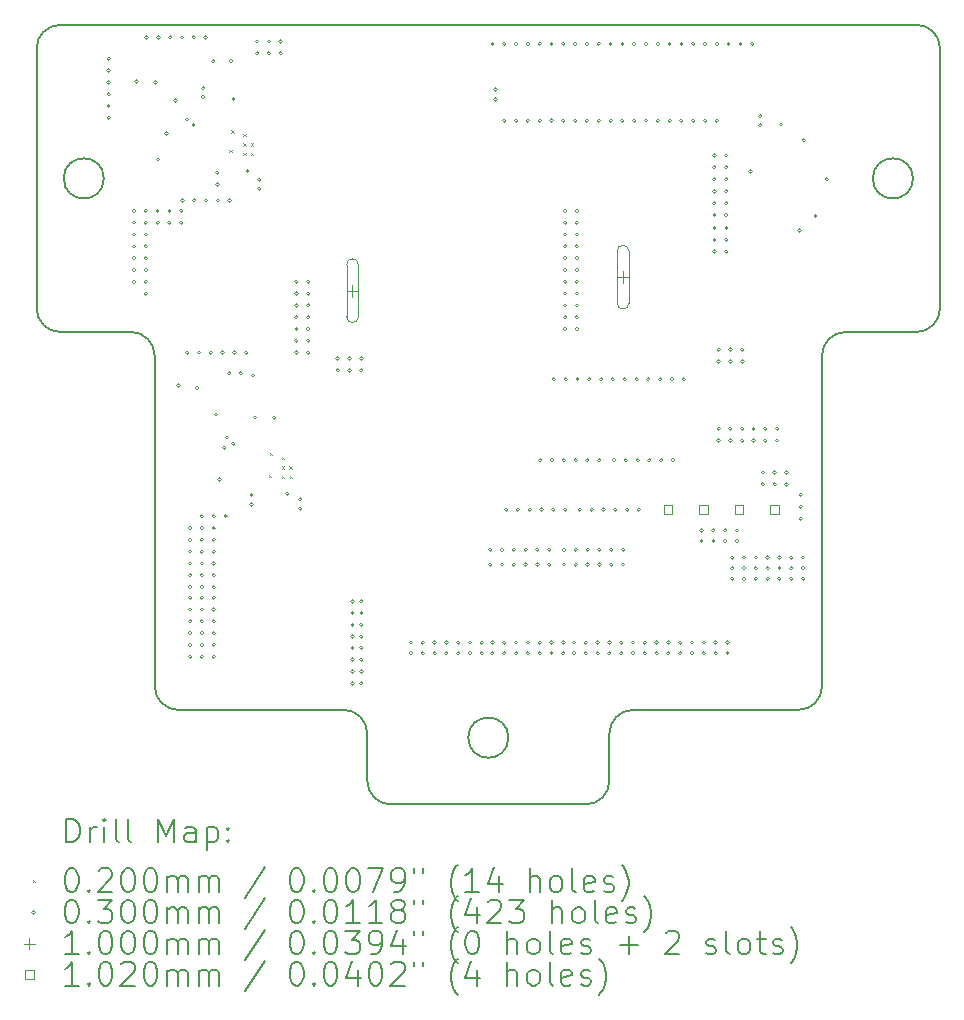
<source format=gbr>
%TF.GenerationSoftware,KiCad,Pcbnew,9.0.0*%
%TF.CreationDate,2026-02-04T15:57:28+07:00*%
%TF.ProjectId,Power_management_V2,506f7765-725f-46d6-916e-6167656d656e,rev?*%
%TF.SameCoordinates,Original*%
%TF.FileFunction,Drillmap*%
%TF.FilePolarity,Positive*%
%FSLAX45Y45*%
G04 Gerber Fmt 4.5, Leading zero omitted, Abs format (unit mm)*
G04 Created by KiCad (PCBNEW 9.0.0) date 2026-02-04 15:57:28*
%MOMM*%
%LPD*%
G01*
G04 APERTURE LIST*
%ADD10C,0.200000*%
%ADD11C,0.150000*%
%ADD12C,0.100000*%
%ADD13C,0.102000*%
G04 APERTURE END LIST*
D10*
X14855200Y-7969980D02*
X14855200Y-10769980D01*
X10805200Y-10969980D02*
G75*
G02*
X11005200Y-11169980I0J-200000D01*
G01*
X8405200Y-5169980D02*
X15655200Y-5169980D01*
X8405200Y-7769980D02*
G75*
G02*
X8205200Y-7569980I0J200000D01*
G01*
X9205200Y-10769980D02*
X9205200Y-7969980D01*
X14855200Y-10769980D02*
G75*
G02*
X14655200Y-10969980I-200000J0D01*
G01*
X14855200Y-7969980D02*
G75*
G02*
X15055200Y-7769980I200000J0D01*
G01*
D11*
X15625200Y-6469980D02*
G75*
G02*
X15285200Y-6469980I-170000J0D01*
G01*
X15285200Y-6469980D02*
G75*
G02*
X15625200Y-6469980I170000J0D01*
G01*
D10*
X13055200Y-11569980D02*
G75*
G02*
X12855200Y-11769980I-200000J0D01*
G01*
X11205200Y-11769980D02*
X12855200Y-11769980D01*
X11205200Y-11769980D02*
G75*
G02*
X11005200Y-11569980I0J200000D01*
G01*
X14655200Y-10969980D02*
X13255200Y-10969980D01*
X15655200Y-7769980D02*
X15055200Y-7769980D01*
X8205200Y-5369980D02*
X8205200Y-7569980D01*
X10805200Y-10969980D02*
X9405200Y-10969980D01*
X9405200Y-10969980D02*
G75*
G02*
X9205200Y-10769980I0J200000D01*
G01*
D11*
X12200200Y-11204980D02*
G75*
G02*
X11860200Y-11204980I-170000J0D01*
G01*
X11860200Y-11204980D02*
G75*
G02*
X12200200Y-11204980I170000J0D01*
G01*
D10*
X15855200Y-7569980D02*
X15855200Y-5369980D01*
X8205200Y-5369980D02*
G75*
G02*
X8405200Y-5169980I200000J0D01*
G01*
D11*
X8775200Y-6469980D02*
G75*
G02*
X8435200Y-6469980I-170000J0D01*
G01*
X8435200Y-6469980D02*
G75*
G02*
X8775200Y-6469980I170000J0D01*
G01*
D10*
X11005200Y-11569980D02*
X11005200Y-11169980D01*
X15855200Y-7569980D02*
G75*
G02*
X15655200Y-7769980I-200000J0D01*
G01*
X13055200Y-11169980D02*
G75*
G02*
X13255200Y-10969980I200000J0D01*
G01*
X15655200Y-5169980D02*
G75*
G02*
X15855200Y-5369980I0J-200000D01*
G01*
X13055200Y-11169980D02*
X13055200Y-11569980D01*
X9005200Y-7769980D02*
G75*
G02*
X9205200Y-7969980I0J-200000D01*
G01*
X9005200Y-7769980D02*
X8405200Y-7769980D01*
D12*
X9837200Y-6227880D02*
X9857200Y-6247880D01*
X9857200Y-6227880D02*
X9837200Y-6247880D01*
X9852873Y-6062506D02*
X9872873Y-6082506D01*
X9872873Y-6062506D02*
X9852873Y-6082506D01*
X9955647Y-6093824D02*
X9975647Y-6113824D01*
X9975647Y-6093824D02*
X9955647Y-6113824D01*
X9955647Y-6173216D02*
X9975647Y-6193216D01*
X9975647Y-6173216D02*
X9955647Y-6193216D01*
X9955647Y-6254739D02*
X9975647Y-6274739D01*
X9975647Y-6254739D02*
X9955647Y-6274739D01*
X10020119Y-6173216D02*
X10040119Y-6193216D01*
X10040119Y-6173216D02*
X10020119Y-6193216D01*
X10021984Y-6254739D02*
X10041984Y-6274739D01*
X10041984Y-6254739D02*
X10021984Y-6274739D01*
X10174200Y-8976980D02*
X10194200Y-8996980D01*
X10194200Y-8976980D02*
X10174200Y-8996980D01*
X10177873Y-8795606D02*
X10197873Y-8815606D01*
X10197873Y-8795606D02*
X10177873Y-8815606D01*
X10280647Y-8826924D02*
X10300647Y-8846924D01*
X10300647Y-8826924D02*
X10280647Y-8846924D01*
X10280647Y-8906316D02*
X10300647Y-8926316D01*
X10300647Y-8906316D02*
X10280647Y-8926316D01*
X10280647Y-8987839D02*
X10300647Y-9007839D01*
X10300647Y-8987839D02*
X10280647Y-9007839D01*
X10345119Y-8906316D02*
X10365119Y-8926316D01*
X10365119Y-8906316D02*
X10345119Y-8926316D01*
X10346984Y-8987839D02*
X10366984Y-9007839D01*
X10366984Y-8987839D02*
X10346984Y-9007839D01*
X8830200Y-5456480D02*
G75*
G02*
X8800200Y-5456480I-15000J0D01*
G01*
X8800200Y-5456480D02*
G75*
G02*
X8830200Y-5456480I15000J0D01*
G01*
X8830200Y-5556480D02*
G75*
G02*
X8800200Y-5556480I-15000J0D01*
G01*
X8800200Y-5556480D02*
G75*
G02*
X8830200Y-5556480I15000J0D01*
G01*
X8830200Y-5656480D02*
G75*
G02*
X8800200Y-5656480I-15000J0D01*
G01*
X8800200Y-5656480D02*
G75*
G02*
X8830200Y-5656480I15000J0D01*
G01*
X8830200Y-5756480D02*
G75*
G02*
X8800200Y-5756480I-15000J0D01*
G01*
X8800200Y-5756480D02*
G75*
G02*
X8830200Y-5756480I15000J0D01*
G01*
X8830200Y-5856480D02*
G75*
G02*
X8800200Y-5856480I-15000J0D01*
G01*
X8800200Y-5856480D02*
G75*
G02*
X8830200Y-5856480I15000J0D01*
G01*
X8830200Y-5956480D02*
G75*
G02*
X8800200Y-5956480I-15000J0D01*
G01*
X8800200Y-5956480D02*
G75*
G02*
X8830200Y-5956480I15000J0D01*
G01*
X9045200Y-6744980D02*
G75*
G02*
X9015200Y-6744980I-15000J0D01*
G01*
X9015200Y-6744980D02*
G75*
G02*
X9045200Y-6744980I15000J0D01*
G01*
X9045200Y-6844980D02*
G75*
G02*
X9015200Y-6844980I-15000J0D01*
G01*
X9015200Y-6844980D02*
G75*
G02*
X9045200Y-6844980I15000J0D01*
G01*
X9045200Y-6944980D02*
G75*
G02*
X9015200Y-6944980I-15000J0D01*
G01*
X9015200Y-6944980D02*
G75*
G02*
X9045200Y-6944980I15000J0D01*
G01*
X9045200Y-7044980D02*
G75*
G02*
X9015200Y-7044980I-15000J0D01*
G01*
X9015200Y-7044980D02*
G75*
G02*
X9045200Y-7044980I15000J0D01*
G01*
X9045200Y-7144980D02*
G75*
G02*
X9015200Y-7144980I-15000J0D01*
G01*
X9015200Y-7144980D02*
G75*
G02*
X9045200Y-7144980I15000J0D01*
G01*
X9045200Y-7244980D02*
G75*
G02*
X9015200Y-7244980I-15000J0D01*
G01*
X9015200Y-7244980D02*
G75*
G02*
X9045200Y-7244980I15000J0D01*
G01*
X9045200Y-7344980D02*
G75*
G02*
X9015200Y-7344980I-15000J0D01*
G01*
X9015200Y-7344980D02*
G75*
G02*
X9045200Y-7344980I15000J0D01*
G01*
X9066700Y-5648480D02*
G75*
G02*
X9036700Y-5648480I-15000J0D01*
G01*
X9036700Y-5648480D02*
G75*
G02*
X9066700Y-5648480I15000J0D01*
G01*
X9145200Y-6744980D02*
G75*
G02*
X9115200Y-6744980I-15000J0D01*
G01*
X9115200Y-6744980D02*
G75*
G02*
X9145200Y-6744980I15000J0D01*
G01*
X9145200Y-6844980D02*
G75*
G02*
X9115200Y-6844980I-15000J0D01*
G01*
X9115200Y-6844980D02*
G75*
G02*
X9145200Y-6844980I15000J0D01*
G01*
X9145200Y-6944980D02*
G75*
G02*
X9115200Y-6944980I-15000J0D01*
G01*
X9115200Y-6944980D02*
G75*
G02*
X9145200Y-6944980I15000J0D01*
G01*
X9145200Y-7044980D02*
G75*
G02*
X9115200Y-7044980I-15000J0D01*
G01*
X9115200Y-7044980D02*
G75*
G02*
X9145200Y-7044980I15000J0D01*
G01*
X9145200Y-7144980D02*
G75*
G02*
X9115200Y-7144980I-15000J0D01*
G01*
X9115200Y-7144980D02*
G75*
G02*
X9145200Y-7144980I15000J0D01*
G01*
X9145200Y-7244980D02*
G75*
G02*
X9115200Y-7244980I-15000J0D01*
G01*
X9115200Y-7244980D02*
G75*
G02*
X9145200Y-7244980I15000J0D01*
G01*
X9145200Y-7344980D02*
G75*
G02*
X9115200Y-7344980I-15000J0D01*
G01*
X9115200Y-7344980D02*
G75*
G02*
X9145200Y-7344980I15000J0D01*
G01*
X9145200Y-7444980D02*
G75*
G02*
X9115200Y-7444980I-15000J0D01*
G01*
X9115200Y-7444980D02*
G75*
G02*
X9145200Y-7444980I15000J0D01*
G01*
X9151607Y-5275993D02*
G75*
G02*
X9121607Y-5275993I-15000J0D01*
G01*
X9121607Y-5275993D02*
G75*
G02*
X9151607Y-5275993I15000J0D01*
G01*
X9226200Y-5658480D02*
G75*
G02*
X9196200Y-5658480I-15000J0D01*
G01*
X9196200Y-5658480D02*
G75*
G02*
X9226200Y-5658480I15000J0D01*
G01*
X9245200Y-6744980D02*
G75*
G02*
X9215200Y-6744980I-15000J0D01*
G01*
X9215200Y-6744980D02*
G75*
G02*
X9245200Y-6744980I15000J0D01*
G01*
X9245200Y-6844980D02*
G75*
G02*
X9215200Y-6844980I-15000J0D01*
G01*
X9215200Y-6844980D02*
G75*
G02*
X9245200Y-6844980I15000J0D01*
G01*
X9250200Y-6309980D02*
G75*
G02*
X9220200Y-6309980I-15000J0D01*
G01*
X9220200Y-6309980D02*
G75*
G02*
X9250200Y-6309980I15000J0D01*
G01*
X9251607Y-5275993D02*
G75*
G02*
X9221607Y-5275993I-15000J0D01*
G01*
X9221607Y-5275993D02*
G75*
G02*
X9251607Y-5275993I15000J0D01*
G01*
X9320200Y-6089980D02*
G75*
G02*
X9290200Y-6089980I-15000J0D01*
G01*
X9290200Y-6089980D02*
G75*
G02*
X9320200Y-6089980I15000J0D01*
G01*
X9345200Y-6744980D02*
G75*
G02*
X9315200Y-6744980I-15000J0D01*
G01*
X9315200Y-6744980D02*
G75*
G02*
X9345200Y-6744980I15000J0D01*
G01*
X9345200Y-6844980D02*
G75*
G02*
X9315200Y-6844980I-15000J0D01*
G01*
X9315200Y-6844980D02*
G75*
G02*
X9345200Y-6844980I15000J0D01*
G01*
X9351607Y-5275993D02*
G75*
G02*
X9321607Y-5275993I-15000J0D01*
G01*
X9321607Y-5275993D02*
G75*
G02*
X9351607Y-5275993I15000J0D01*
G01*
X9398200Y-5809980D02*
G75*
G02*
X9368200Y-5809980I-15000J0D01*
G01*
X9368200Y-5809980D02*
G75*
G02*
X9398200Y-5809980I15000J0D01*
G01*
X9420700Y-8223980D02*
G75*
G02*
X9390700Y-8223980I-15000J0D01*
G01*
X9390700Y-8223980D02*
G75*
G02*
X9420700Y-8223980I15000J0D01*
G01*
X9445200Y-6744980D02*
G75*
G02*
X9415200Y-6744980I-15000J0D01*
G01*
X9415200Y-6744980D02*
G75*
G02*
X9445200Y-6744980I15000J0D01*
G01*
X9445200Y-6844980D02*
G75*
G02*
X9415200Y-6844980I-15000J0D01*
G01*
X9415200Y-6844980D02*
G75*
G02*
X9445200Y-6844980I15000J0D01*
G01*
X9451607Y-5275993D02*
G75*
G02*
X9421607Y-5275993I-15000J0D01*
G01*
X9421607Y-5275993D02*
G75*
G02*
X9451607Y-5275993I15000J0D01*
G01*
X9455200Y-6656480D02*
G75*
G02*
X9425200Y-6656480I-15000J0D01*
G01*
X9425200Y-6656480D02*
G75*
G02*
X9455200Y-6656480I15000J0D01*
G01*
X9492573Y-5970882D02*
G75*
G02*
X9462573Y-5970882I-15000J0D01*
G01*
X9462573Y-5970882D02*
G75*
G02*
X9492573Y-5970882I15000J0D01*
G01*
X9495200Y-7944980D02*
G75*
G02*
X9465200Y-7944980I-15000J0D01*
G01*
X9465200Y-7944980D02*
G75*
G02*
X9495200Y-7944980I15000J0D01*
G01*
X9520200Y-9429980D02*
G75*
G02*
X9490200Y-9429980I-15000J0D01*
G01*
X9490200Y-9429980D02*
G75*
G02*
X9520200Y-9429980I15000J0D01*
G01*
X9520200Y-9529980D02*
G75*
G02*
X9490200Y-9529980I-15000J0D01*
G01*
X9490200Y-9529980D02*
G75*
G02*
X9520200Y-9529980I15000J0D01*
G01*
X9520200Y-9629980D02*
G75*
G02*
X9490200Y-9629980I-15000J0D01*
G01*
X9490200Y-9629980D02*
G75*
G02*
X9520200Y-9629980I15000J0D01*
G01*
X9520200Y-9729980D02*
G75*
G02*
X9490200Y-9729980I-15000J0D01*
G01*
X9490200Y-9729980D02*
G75*
G02*
X9520200Y-9729980I15000J0D01*
G01*
X9520200Y-9829980D02*
G75*
G02*
X9490200Y-9829980I-15000J0D01*
G01*
X9490200Y-9829980D02*
G75*
G02*
X9520200Y-9829980I15000J0D01*
G01*
X9520200Y-9929980D02*
G75*
G02*
X9490200Y-9929980I-15000J0D01*
G01*
X9490200Y-9929980D02*
G75*
G02*
X9520200Y-9929980I15000J0D01*
G01*
X9520200Y-10019980D02*
G75*
G02*
X9490200Y-10019980I-15000J0D01*
G01*
X9490200Y-10019980D02*
G75*
G02*
X9520200Y-10019980I15000J0D01*
G01*
X9520200Y-10119980D02*
G75*
G02*
X9490200Y-10119980I-15000J0D01*
G01*
X9490200Y-10119980D02*
G75*
G02*
X9520200Y-10119980I15000J0D01*
G01*
X9520200Y-10219980D02*
G75*
G02*
X9490200Y-10219980I-15000J0D01*
G01*
X9490200Y-10219980D02*
G75*
G02*
X9520200Y-10219980I15000J0D01*
G01*
X9520200Y-10319980D02*
G75*
G02*
X9490200Y-10319980I-15000J0D01*
G01*
X9490200Y-10319980D02*
G75*
G02*
X9520200Y-10319980I15000J0D01*
G01*
X9520200Y-10419980D02*
G75*
G02*
X9490200Y-10419980I-15000J0D01*
G01*
X9490200Y-10419980D02*
G75*
G02*
X9520200Y-10419980I15000J0D01*
G01*
X9520200Y-10519980D02*
G75*
G02*
X9490200Y-10519980I-15000J0D01*
G01*
X9490200Y-10519980D02*
G75*
G02*
X9520200Y-10519980I15000J0D01*
G01*
X9550200Y-6018480D02*
G75*
G02*
X9520200Y-6018480I-15000J0D01*
G01*
X9520200Y-6018480D02*
G75*
G02*
X9550200Y-6018480I15000J0D01*
G01*
X9551607Y-5275993D02*
G75*
G02*
X9521607Y-5275993I-15000J0D01*
G01*
X9521607Y-5275993D02*
G75*
G02*
X9551607Y-5275993I15000J0D01*
G01*
X9555200Y-6656480D02*
G75*
G02*
X9525200Y-6656480I-15000J0D01*
G01*
X9525200Y-6656480D02*
G75*
G02*
X9555200Y-6656480I15000J0D01*
G01*
X9580200Y-8243980D02*
G75*
G02*
X9550200Y-8243980I-15000J0D01*
G01*
X9550200Y-8243980D02*
G75*
G02*
X9580200Y-8243980I15000J0D01*
G01*
X9595200Y-7944980D02*
G75*
G02*
X9565200Y-7944980I-15000J0D01*
G01*
X9565200Y-7944980D02*
G75*
G02*
X9595200Y-7944980I15000J0D01*
G01*
X9620200Y-9329980D02*
G75*
G02*
X9590200Y-9329980I-15000J0D01*
G01*
X9590200Y-9329980D02*
G75*
G02*
X9620200Y-9329980I15000J0D01*
G01*
X9620200Y-9429980D02*
G75*
G02*
X9590200Y-9429980I-15000J0D01*
G01*
X9590200Y-9429980D02*
G75*
G02*
X9620200Y-9429980I15000J0D01*
G01*
X9620200Y-9529980D02*
G75*
G02*
X9590200Y-9529980I-15000J0D01*
G01*
X9590200Y-9529980D02*
G75*
G02*
X9620200Y-9529980I15000J0D01*
G01*
X9620200Y-9629980D02*
G75*
G02*
X9590200Y-9629980I-15000J0D01*
G01*
X9590200Y-9629980D02*
G75*
G02*
X9620200Y-9629980I15000J0D01*
G01*
X9620200Y-9729980D02*
G75*
G02*
X9590200Y-9729980I-15000J0D01*
G01*
X9590200Y-9729980D02*
G75*
G02*
X9620200Y-9729980I15000J0D01*
G01*
X9620200Y-9829980D02*
G75*
G02*
X9590200Y-9829980I-15000J0D01*
G01*
X9590200Y-9829980D02*
G75*
G02*
X9620200Y-9829980I15000J0D01*
G01*
X9620200Y-9929980D02*
G75*
G02*
X9590200Y-9929980I-15000J0D01*
G01*
X9590200Y-9929980D02*
G75*
G02*
X9620200Y-9929980I15000J0D01*
G01*
X9620200Y-10019980D02*
G75*
G02*
X9590200Y-10019980I-15000J0D01*
G01*
X9590200Y-10019980D02*
G75*
G02*
X9620200Y-10019980I15000J0D01*
G01*
X9620200Y-10119980D02*
G75*
G02*
X9590200Y-10119980I-15000J0D01*
G01*
X9590200Y-10119980D02*
G75*
G02*
X9620200Y-10119980I15000J0D01*
G01*
X9620200Y-10219980D02*
G75*
G02*
X9590200Y-10219980I-15000J0D01*
G01*
X9590200Y-10219980D02*
G75*
G02*
X9620200Y-10219980I15000J0D01*
G01*
X9620200Y-10319980D02*
G75*
G02*
X9590200Y-10319980I-15000J0D01*
G01*
X9590200Y-10319980D02*
G75*
G02*
X9620200Y-10319980I15000J0D01*
G01*
X9620200Y-10419980D02*
G75*
G02*
X9590200Y-10419980I-15000J0D01*
G01*
X9590200Y-10419980D02*
G75*
G02*
X9620200Y-10419980I15000J0D01*
G01*
X9620200Y-10519980D02*
G75*
G02*
X9590200Y-10519980I-15000J0D01*
G01*
X9590200Y-10519980D02*
G75*
G02*
X9620200Y-10519980I15000J0D01*
G01*
X9630200Y-5706480D02*
G75*
G02*
X9600200Y-5706480I-15000J0D01*
G01*
X9600200Y-5706480D02*
G75*
G02*
X9630200Y-5706480I15000J0D01*
G01*
X9630200Y-5781480D02*
G75*
G02*
X9600200Y-5781480I-15000J0D01*
G01*
X9600200Y-5781480D02*
G75*
G02*
X9630200Y-5781480I15000J0D01*
G01*
X9651607Y-5275993D02*
G75*
G02*
X9621607Y-5275993I-15000J0D01*
G01*
X9621607Y-5275993D02*
G75*
G02*
X9651607Y-5275993I15000J0D01*
G01*
X9655200Y-6656480D02*
G75*
G02*
X9625200Y-6656480I-15000J0D01*
G01*
X9625200Y-6656480D02*
G75*
G02*
X9655200Y-6656480I15000J0D01*
G01*
X9695200Y-7944980D02*
G75*
G02*
X9665200Y-7944980I-15000J0D01*
G01*
X9665200Y-7944980D02*
G75*
G02*
X9695200Y-7944980I15000J0D01*
G01*
X9714700Y-5477980D02*
G75*
G02*
X9684700Y-5477980I-15000J0D01*
G01*
X9684700Y-5477980D02*
G75*
G02*
X9714700Y-5477980I15000J0D01*
G01*
X9720200Y-9329980D02*
G75*
G02*
X9690200Y-9329980I-15000J0D01*
G01*
X9690200Y-9329980D02*
G75*
G02*
X9720200Y-9329980I15000J0D01*
G01*
X9720200Y-9429980D02*
G75*
G02*
X9690200Y-9429980I-15000J0D01*
G01*
X9690200Y-9429980D02*
G75*
G02*
X9720200Y-9429980I15000J0D01*
G01*
X9720200Y-9529980D02*
G75*
G02*
X9690200Y-9529980I-15000J0D01*
G01*
X9690200Y-9529980D02*
G75*
G02*
X9720200Y-9529980I15000J0D01*
G01*
X9720200Y-9629980D02*
G75*
G02*
X9690200Y-9629980I-15000J0D01*
G01*
X9690200Y-9629980D02*
G75*
G02*
X9720200Y-9629980I15000J0D01*
G01*
X9720200Y-9729980D02*
G75*
G02*
X9690200Y-9729980I-15000J0D01*
G01*
X9690200Y-9729980D02*
G75*
G02*
X9720200Y-9729980I15000J0D01*
G01*
X9720200Y-9829980D02*
G75*
G02*
X9690200Y-9829980I-15000J0D01*
G01*
X9690200Y-9829980D02*
G75*
G02*
X9720200Y-9829980I15000J0D01*
G01*
X9720200Y-9929980D02*
G75*
G02*
X9690200Y-9929980I-15000J0D01*
G01*
X9690200Y-9929980D02*
G75*
G02*
X9720200Y-9929980I15000J0D01*
G01*
X9720200Y-10019980D02*
G75*
G02*
X9690200Y-10019980I-15000J0D01*
G01*
X9690200Y-10019980D02*
G75*
G02*
X9720200Y-10019980I15000J0D01*
G01*
X9720200Y-10119980D02*
G75*
G02*
X9690200Y-10119980I-15000J0D01*
G01*
X9690200Y-10119980D02*
G75*
G02*
X9720200Y-10119980I15000J0D01*
G01*
X9720200Y-10219980D02*
G75*
G02*
X9690200Y-10219980I-15000J0D01*
G01*
X9690200Y-10219980D02*
G75*
G02*
X9720200Y-10219980I15000J0D01*
G01*
X9720200Y-10319980D02*
G75*
G02*
X9690200Y-10319980I-15000J0D01*
G01*
X9690200Y-10319980D02*
G75*
G02*
X9720200Y-10319980I15000J0D01*
G01*
X9720200Y-10419980D02*
G75*
G02*
X9690200Y-10419980I-15000J0D01*
G01*
X9690200Y-10419980D02*
G75*
G02*
X9720200Y-10419980I15000J0D01*
G01*
X9720200Y-10519980D02*
G75*
G02*
X9690200Y-10519980I-15000J0D01*
G01*
X9690200Y-10519980D02*
G75*
G02*
X9720200Y-10519980I15000J0D01*
G01*
X9740200Y-8469980D02*
G75*
G02*
X9710200Y-8469980I-15000J0D01*
G01*
X9710200Y-8469980D02*
G75*
G02*
X9740200Y-8469980I15000J0D01*
G01*
X9750200Y-6421480D02*
G75*
G02*
X9720200Y-6421480I-15000J0D01*
G01*
X9720200Y-6421480D02*
G75*
G02*
X9750200Y-6421480I15000J0D01*
G01*
X9750200Y-6521480D02*
G75*
G02*
X9720200Y-6521480I-15000J0D01*
G01*
X9720200Y-6521480D02*
G75*
G02*
X9750200Y-6521480I15000J0D01*
G01*
X9755200Y-6656480D02*
G75*
G02*
X9725200Y-6656480I-15000J0D01*
G01*
X9725200Y-6656480D02*
G75*
G02*
X9755200Y-6656480I15000J0D01*
G01*
X9770200Y-9019980D02*
G75*
G02*
X9740200Y-9019980I-15000J0D01*
G01*
X9740200Y-9019980D02*
G75*
G02*
X9770200Y-9019980I15000J0D01*
G01*
X9795200Y-7944980D02*
G75*
G02*
X9765200Y-7944980I-15000J0D01*
G01*
X9765200Y-7944980D02*
G75*
G02*
X9795200Y-7944980I15000J0D01*
G01*
X9810200Y-8749980D02*
G75*
G02*
X9780200Y-8749980I-15000J0D01*
G01*
X9780200Y-8749980D02*
G75*
G02*
X9810200Y-8749980I15000J0D01*
G01*
X9820200Y-9329980D02*
G75*
G02*
X9790200Y-9329980I-15000J0D01*
G01*
X9790200Y-9329980D02*
G75*
G02*
X9820200Y-9329980I15000J0D01*
G01*
X9833805Y-8663585D02*
G75*
G02*
X9803805Y-8663585I-15000J0D01*
G01*
X9803805Y-8663585D02*
G75*
G02*
X9833805Y-8663585I15000J0D01*
G01*
X9850200Y-8119980D02*
G75*
G02*
X9820200Y-8119980I-15000J0D01*
G01*
X9820200Y-8119980D02*
G75*
G02*
X9850200Y-8119980I15000J0D01*
G01*
X9855200Y-6656480D02*
G75*
G02*
X9825200Y-6656480I-15000J0D01*
G01*
X9825200Y-6656480D02*
G75*
G02*
X9855200Y-6656480I15000J0D01*
G01*
X9868200Y-5475480D02*
G75*
G02*
X9838200Y-5475480I-15000J0D01*
G01*
X9838200Y-5475480D02*
G75*
G02*
X9868200Y-5475480I15000J0D01*
G01*
X9885200Y-8714980D02*
G75*
G02*
X9855200Y-8714980I-15000J0D01*
G01*
X9855200Y-8714980D02*
G75*
G02*
X9885200Y-8714980I15000J0D01*
G01*
X9886200Y-5797480D02*
G75*
G02*
X9856200Y-5797480I-15000J0D01*
G01*
X9856200Y-5797480D02*
G75*
G02*
X9886200Y-5797480I15000J0D01*
G01*
X9895200Y-7944980D02*
G75*
G02*
X9865200Y-7944980I-15000J0D01*
G01*
X9865200Y-7944980D02*
G75*
G02*
X9895200Y-7944980I15000J0D01*
G01*
X9950200Y-8119980D02*
G75*
G02*
X9920200Y-8119980I-15000J0D01*
G01*
X9920200Y-8119980D02*
G75*
G02*
X9950200Y-8119980I15000J0D01*
G01*
X9995200Y-7944980D02*
G75*
G02*
X9965200Y-7944980I-15000J0D01*
G01*
X9965200Y-7944980D02*
G75*
G02*
X9995200Y-7944980I15000J0D01*
G01*
X10005200Y-6406480D02*
G75*
G02*
X9975200Y-6406480I-15000J0D01*
G01*
X9975200Y-6406480D02*
G75*
G02*
X10005200Y-6406480I15000J0D01*
G01*
X10040200Y-9149980D02*
G75*
G02*
X10010200Y-9149980I-15000J0D01*
G01*
X10010200Y-9149980D02*
G75*
G02*
X10040200Y-9149980I15000J0D01*
G01*
X10040200Y-9229980D02*
G75*
G02*
X10010200Y-9229980I-15000J0D01*
G01*
X10010200Y-9229980D02*
G75*
G02*
X10040200Y-9229980I15000J0D01*
G01*
X10052200Y-8138980D02*
G75*
G02*
X10022200Y-8138980I-15000J0D01*
G01*
X10022200Y-8138980D02*
G75*
G02*
X10052200Y-8138980I15000J0D01*
G01*
X10070200Y-8494980D02*
G75*
G02*
X10040200Y-8494980I-15000J0D01*
G01*
X10040200Y-8494980D02*
G75*
G02*
X10070200Y-8494980I15000J0D01*
G01*
X10087200Y-5310480D02*
G75*
G02*
X10057200Y-5310480I-15000J0D01*
G01*
X10057200Y-5310480D02*
G75*
G02*
X10087200Y-5310480I15000J0D01*
G01*
X10087200Y-5410480D02*
G75*
G02*
X10057200Y-5410480I-15000J0D01*
G01*
X10057200Y-5410480D02*
G75*
G02*
X10087200Y-5410480I15000J0D01*
G01*
X10105200Y-6481480D02*
G75*
G02*
X10075200Y-6481480I-15000J0D01*
G01*
X10075200Y-6481480D02*
G75*
G02*
X10105200Y-6481480I15000J0D01*
G01*
X10105200Y-6556480D02*
G75*
G02*
X10075200Y-6556480I-15000J0D01*
G01*
X10075200Y-6556480D02*
G75*
G02*
X10105200Y-6556480I15000J0D01*
G01*
X10187200Y-5310480D02*
G75*
G02*
X10157200Y-5310480I-15000J0D01*
G01*
X10157200Y-5310480D02*
G75*
G02*
X10187200Y-5310480I15000J0D01*
G01*
X10187200Y-5410480D02*
G75*
G02*
X10157200Y-5410480I-15000J0D01*
G01*
X10157200Y-5410480D02*
G75*
G02*
X10187200Y-5410480I15000J0D01*
G01*
X10233200Y-8494980D02*
G75*
G02*
X10203200Y-8494980I-15000J0D01*
G01*
X10203200Y-8494980D02*
G75*
G02*
X10233200Y-8494980I15000J0D01*
G01*
X10287200Y-5310480D02*
G75*
G02*
X10257200Y-5310480I-15000J0D01*
G01*
X10257200Y-5310480D02*
G75*
G02*
X10287200Y-5310480I15000J0D01*
G01*
X10287200Y-5410480D02*
G75*
G02*
X10257200Y-5410480I-15000J0D01*
G01*
X10257200Y-5410480D02*
G75*
G02*
X10287200Y-5410480I15000J0D01*
G01*
X10342700Y-9139980D02*
G75*
G02*
X10312700Y-9139980I-15000J0D01*
G01*
X10312700Y-9139980D02*
G75*
G02*
X10342700Y-9139980I15000J0D01*
G01*
X10420200Y-7344980D02*
G75*
G02*
X10390200Y-7344980I-15000J0D01*
G01*
X10390200Y-7344980D02*
G75*
G02*
X10420200Y-7344980I15000J0D01*
G01*
X10420200Y-7444980D02*
G75*
G02*
X10390200Y-7444980I-15000J0D01*
G01*
X10390200Y-7444980D02*
G75*
G02*
X10420200Y-7444980I15000J0D01*
G01*
X10420200Y-7544980D02*
G75*
G02*
X10390200Y-7544980I-15000J0D01*
G01*
X10390200Y-7544980D02*
G75*
G02*
X10420200Y-7544980I15000J0D01*
G01*
X10420200Y-7644980D02*
G75*
G02*
X10390200Y-7644980I-15000J0D01*
G01*
X10390200Y-7644980D02*
G75*
G02*
X10420200Y-7644980I15000J0D01*
G01*
X10420200Y-7744980D02*
G75*
G02*
X10390200Y-7744980I-15000J0D01*
G01*
X10390200Y-7744980D02*
G75*
G02*
X10420200Y-7744980I15000J0D01*
G01*
X10420200Y-7844980D02*
G75*
G02*
X10390200Y-7844980I-15000J0D01*
G01*
X10390200Y-7844980D02*
G75*
G02*
X10420200Y-7844980I15000J0D01*
G01*
X10420200Y-7944980D02*
G75*
G02*
X10390200Y-7944980I-15000J0D01*
G01*
X10390200Y-7944980D02*
G75*
G02*
X10420200Y-7944980I15000J0D01*
G01*
X10452700Y-9184980D02*
G75*
G02*
X10422700Y-9184980I-15000J0D01*
G01*
X10422700Y-9184980D02*
G75*
G02*
X10452700Y-9184980I15000J0D01*
G01*
X10452700Y-9264980D02*
G75*
G02*
X10422700Y-9264980I-15000J0D01*
G01*
X10422700Y-9264980D02*
G75*
G02*
X10452700Y-9264980I15000J0D01*
G01*
X10520200Y-7344980D02*
G75*
G02*
X10490200Y-7344980I-15000J0D01*
G01*
X10490200Y-7344980D02*
G75*
G02*
X10520200Y-7344980I15000J0D01*
G01*
X10520200Y-7444980D02*
G75*
G02*
X10490200Y-7444980I-15000J0D01*
G01*
X10490200Y-7444980D02*
G75*
G02*
X10520200Y-7444980I15000J0D01*
G01*
X10520200Y-7544980D02*
G75*
G02*
X10490200Y-7544980I-15000J0D01*
G01*
X10490200Y-7544980D02*
G75*
G02*
X10520200Y-7544980I15000J0D01*
G01*
X10520200Y-7644980D02*
G75*
G02*
X10490200Y-7644980I-15000J0D01*
G01*
X10490200Y-7644980D02*
G75*
G02*
X10520200Y-7644980I15000J0D01*
G01*
X10520200Y-7744980D02*
G75*
G02*
X10490200Y-7744980I-15000J0D01*
G01*
X10490200Y-7744980D02*
G75*
G02*
X10520200Y-7744980I15000J0D01*
G01*
X10520200Y-7844980D02*
G75*
G02*
X10490200Y-7844980I-15000J0D01*
G01*
X10490200Y-7844980D02*
G75*
G02*
X10520200Y-7844980I15000J0D01*
G01*
X10520200Y-7944980D02*
G75*
G02*
X10490200Y-7944980I-15000J0D01*
G01*
X10490200Y-7944980D02*
G75*
G02*
X10520200Y-7944980I15000J0D01*
G01*
X10770200Y-7994980D02*
G75*
G02*
X10740200Y-7994980I-15000J0D01*
G01*
X10740200Y-7994980D02*
G75*
G02*
X10770200Y-7994980I15000J0D01*
G01*
X10770200Y-8094980D02*
G75*
G02*
X10740200Y-8094980I-15000J0D01*
G01*
X10740200Y-8094980D02*
G75*
G02*
X10770200Y-8094980I15000J0D01*
G01*
X10870200Y-7994980D02*
G75*
G02*
X10840200Y-7994980I-15000J0D01*
G01*
X10840200Y-7994980D02*
G75*
G02*
X10870200Y-7994980I15000J0D01*
G01*
X10870200Y-8094980D02*
G75*
G02*
X10840200Y-8094980I-15000J0D01*
G01*
X10840200Y-8094980D02*
G75*
G02*
X10870200Y-8094980I15000J0D01*
G01*
X10895200Y-10049980D02*
G75*
G02*
X10865200Y-10049980I-15000J0D01*
G01*
X10865200Y-10049980D02*
G75*
G02*
X10895200Y-10049980I15000J0D01*
G01*
X10895200Y-10149980D02*
G75*
G02*
X10865200Y-10149980I-15000J0D01*
G01*
X10865200Y-10149980D02*
G75*
G02*
X10895200Y-10149980I15000J0D01*
G01*
X10895200Y-10249980D02*
G75*
G02*
X10865200Y-10249980I-15000J0D01*
G01*
X10865200Y-10249980D02*
G75*
G02*
X10895200Y-10249980I15000J0D01*
G01*
X10895200Y-10349980D02*
G75*
G02*
X10865200Y-10349980I-15000J0D01*
G01*
X10865200Y-10349980D02*
G75*
G02*
X10895200Y-10349980I15000J0D01*
G01*
X10895200Y-10444980D02*
G75*
G02*
X10865200Y-10444980I-15000J0D01*
G01*
X10865200Y-10444980D02*
G75*
G02*
X10895200Y-10444980I15000J0D01*
G01*
X10895200Y-10544980D02*
G75*
G02*
X10865200Y-10544980I-15000J0D01*
G01*
X10865200Y-10544980D02*
G75*
G02*
X10895200Y-10544980I15000J0D01*
G01*
X10895200Y-10644980D02*
G75*
G02*
X10865200Y-10644980I-15000J0D01*
G01*
X10865200Y-10644980D02*
G75*
G02*
X10895200Y-10644980I15000J0D01*
G01*
X10895200Y-10744980D02*
G75*
G02*
X10865200Y-10744980I-15000J0D01*
G01*
X10865200Y-10744980D02*
G75*
G02*
X10895200Y-10744980I15000J0D01*
G01*
X10970200Y-7994980D02*
G75*
G02*
X10940200Y-7994980I-15000J0D01*
G01*
X10940200Y-7994980D02*
G75*
G02*
X10970200Y-7994980I15000J0D01*
G01*
X10970200Y-8094980D02*
G75*
G02*
X10940200Y-8094980I-15000J0D01*
G01*
X10940200Y-8094980D02*
G75*
G02*
X10970200Y-8094980I15000J0D01*
G01*
X10970200Y-10049980D02*
G75*
G02*
X10940200Y-10049980I-15000J0D01*
G01*
X10940200Y-10049980D02*
G75*
G02*
X10970200Y-10049980I15000J0D01*
G01*
X10970200Y-10149980D02*
G75*
G02*
X10940200Y-10149980I-15000J0D01*
G01*
X10940200Y-10149980D02*
G75*
G02*
X10970200Y-10149980I15000J0D01*
G01*
X10970200Y-10249980D02*
G75*
G02*
X10940200Y-10249980I-15000J0D01*
G01*
X10940200Y-10249980D02*
G75*
G02*
X10970200Y-10249980I15000J0D01*
G01*
X10970200Y-10349980D02*
G75*
G02*
X10940200Y-10349980I-15000J0D01*
G01*
X10940200Y-10349980D02*
G75*
G02*
X10970200Y-10349980I15000J0D01*
G01*
X10970200Y-10444980D02*
G75*
G02*
X10940200Y-10444980I-15000J0D01*
G01*
X10940200Y-10444980D02*
G75*
G02*
X10970200Y-10444980I15000J0D01*
G01*
X10970200Y-10544980D02*
G75*
G02*
X10940200Y-10544980I-15000J0D01*
G01*
X10940200Y-10544980D02*
G75*
G02*
X10970200Y-10544980I15000J0D01*
G01*
X10970200Y-10644980D02*
G75*
G02*
X10940200Y-10644980I-15000J0D01*
G01*
X10940200Y-10644980D02*
G75*
G02*
X10970200Y-10644980I15000J0D01*
G01*
X10970200Y-10744980D02*
G75*
G02*
X10940200Y-10744980I-15000J0D01*
G01*
X10940200Y-10744980D02*
G75*
G02*
X10970200Y-10744980I15000J0D01*
G01*
X11390200Y-10399980D02*
G75*
G02*
X11360200Y-10399980I-15000J0D01*
G01*
X11360200Y-10399980D02*
G75*
G02*
X11390200Y-10399980I15000J0D01*
G01*
X11390200Y-10489980D02*
G75*
G02*
X11360200Y-10489980I-15000J0D01*
G01*
X11360200Y-10489980D02*
G75*
G02*
X11390200Y-10489980I15000J0D01*
G01*
X11490200Y-10399980D02*
G75*
G02*
X11460200Y-10399980I-15000J0D01*
G01*
X11460200Y-10399980D02*
G75*
G02*
X11490200Y-10399980I15000J0D01*
G01*
X11490200Y-10489980D02*
G75*
G02*
X11460200Y-10489980I-15000J0D01*
G01*
X11460200Y-10489980D02*
G75*
G02*
X11490200Y-10489980I15000J0D01*
G01*
X11590200Y-10399980D02*
G75*
G02*
X11560200Y-10399980I-15000J0D01*
G01*
X11560200Y-10399980D02*
G75*
G02*
X11590200Y-10399980I15000J0D01*
G01*
X11590200Y-10489980D02*
G75*
G02*
X11560200Y-10489980I-15000J0D01*
G01*
X11560200Y-10489980D02*
G75*
G02*
X11590200Y-10489980I15000J0D01*
G01*
X11690200Y-10399980D02*
G75*
G02*
X11660200Y-10399980I-15000J0D01*
G01*
X11660200Y-10399980D02*
G75*
G02*
X11690200Y-10399980I15000J0D01*
G01*
X11690200Y-10489980D02*
G75*
G02*
X11660200Y-10489980I-15000J0D01*
G01*
X11660200Y-10489980D02*
G75*
G02*
X11690200Y-10489980I15000J0D01*
G01*
X11790200Y-10399980D02*
G75*
G02*
X11760200Y-10399980I-15000J0D01*
G01*
X11760200Y-10399980D02*
G75*
G02*
X11790200Y-10399980I15000J0D01*
G01*
X11790200Y-10489980D02*
G75*
G02*
X11760200Y-10489980I-15000J0D01*
G01*
X11760200Y-10489980D02*
G75*
G02*
X11790200Y-10489980I15000J0D01*
G01*
X11890200Y-10399980D02*
G75*
G02*
X11860200Y-10399980I-15000J0D01*
G01*
X11860200Y-10399980D02*
G75*
G02*
X11890200Y-10399980I15000J0D01*
G01*
X11890200Y-10489980D02*
G75*
G02*
X11860200Y-10489980I-15000J0D01*
G01*
X11860200Y-10489980D02*
G75*
G02*
X11890200Y-10489980I15000J0D01*
G01*
X11990200Y-10399980D02*
G75*
G02*
X11960200Y-10399980I-15000J0D01*
G01*
X11960200Y-10399980D02*
G75*
G02*
X11990200Y-10399980I15000J0D01*
G01*
X11990200Y-10489980D02*
G75*
G02*
X11960200Y-10489980I-15000J0D01*
G01*
X11960200Y-10489980D02*
G75*
G02*
X11990200Y-10489980I15000J0D01*
G01*
X12061200Y-9614480D02*
G75*
G02*
X12031200Y-9614480I-15000J0D01*
G01*
X12031200Y-9614480D02*
G75*
G02*
X12061200Y-9614480I15000J0D01*
G01*
X12061200Y-9739480D02*
G75*
G02*
X12031200Y-9739480I-15000J0D01*
G01*
X12031200Y-9739480D02*
G75*
G02*
X12061200Y-9739480I15000J0D01*
G01*
X12080200Y-5331480D02*
G75*
G02*
X12050200Y-5331480I-15000J0D01*
G01*
X12050200Y-5331480D02*
G75*
G02*
X12080200Y-5331480I15000J0D01*
G01*
X12080200Y-10399980D02*
G75*
G02*
X12050200Y-10399980I-15000J0D01*
G01*
X12050200Y-10399980D02*
G75*
G02*
X12080200Y-10399980I15000J0D01*
G01*
X12080200Y-10489980D02*
G75*
G02*
X12050200Y-10489980I-15000J0D01*
G01*
X12050200Y-10489980D02*
G75*
G02*
X12080200Y-10489980I15000J0D01*
G01*
X12105200Y-5716480D02*
G75*
G02*
X12075200Y-5716480I-15000J0D01*
G01*
X12075200Y-5716480D02*
G75*
G02*
X12105200Y-5716480I15000J0D01*
G01*
X12105200Y-5800480D02*
G75*
G02*
X12075200Y-5800480I-15000J0D01*
G01*
X12075200Y-5800480D02*
G75*
G02*
X12105200Y-5800480I15000J0D01*
G01*
X12161200Y-9614480D02*
G75*
G02*
X12131200Y-9614480I-15000J0D01*
G01*
X12131200Y-9614480D02*
G75*
G02*
X12161200Y-9614480I15000J0D01*
G01*
X12161200Y-9739480D02*
G75*
G02*
X12131200Y-9739480I-15000J0D01*
G01*
X12131200Y-9739480D02*
G75*
G02*
X12161200Y-9739480I15000J0D01*
G01*
X12180200Y-5331480D02*
G75*
G02*
X12150200Y-5331480I-15000J0D01*
G01*
X12150200Y-5331480D02*
G75*
G02*
X12180200Y-5331480I15000J0D01*
G01*
X12180200Y-5981480D02*
G75*
G02*
X12150200Y-5981480I-15000J0D01*
G01*
X12150200Y-5981480D02*
G75*
G02*
X12180200Y-5981480I15000J0D01*
G01*
X12180200Y-10399980D02*
G75*
G02*
X12150200Y-10399980I-15000J0D01*
G01*
X12150200Y-10399980D02*
G75*
G02*
X12180200Y-10399980I15000J0D01*
G01*
X12180200Y-10489980D02*
G75*
G02*
X12150200Y-10489980I-15000J0D01*
G01*
X12150200Y-10489980D02*
G75*
G02*
X12180200Y-10489980I15000J0D01*
G01*
X12195200Y-9274980D02*
G75*
G02*
X12165200Y-9274980I-15000J0D01*
G01*
X12165200Y-9274980D02*
G75*
G02*
X12195200Y-9274980I15000J0D01*
G01*
X12261200Y-9614480D02*
G75*
G02*
X12231200Y-9614480I-15000J0D01*
G01*
X12231200Y-9614480D02*
G75*
G02*
X12261200Y-9614480I15000J0D01*
G01*
X12261200Y-9739480D02*
G75*
G02*
X12231200Y-9739480I-15000J0D01*
G01*
X12231200Y-9739480D02*
G75*
G02*
X12261200Y-9739480I15000J0D01*
G01*
X12280200Y-5331480D02*
G75*
G02*
X12250200Y-5331480I-15000J0D01*
G01*
X12250200Y-5331480D02*
G75*
G02*
X12280200Y-5331480I15000J0D01*
G01*
X12280200Y-5981480D02*
G75*
G02*
X12250200Y-5981480I-15000J0D01*
G01*
X12250200Y-5981480D02*
G75*
G02*
X12280200Y-5981480I15000J0D01*
G01*
X12280200Y-10399980D02*
G75*
G02*
X12250200Y-10399980I-15000J0D01*
G01*
X12250200Y-10399980D02*
G75*
G02*
X12280200Y-10399980I15000J0D01*
G01*
X12280200Y-10489980D02*
G75*
G02*
X12250200Y-10489980I-15000J0D01*
G01*
X12250200Y-10489980D02*
G75*
G02*
X12280200Y-10489980I15000J0D01*
G01*
X12295200Y-9274980D02*
G75*
G02*
X12265200Y-9274980I-15000J0D01*
G01*
X12265200Y-9274980D02*
G75*
G02*
X12295200Y-9274980I15000J0D01*
G01*
X12361200Y-9614480D02*
G75*
G02*
X12331200Y-9614480I-15000J0D01*
G01*
X12331200Y-9614480D02*
G75*
G02*
X12361200Y-9614480I15000J0D01*
G01*
X12361200Y-9739480D02*
G75*
G02*
X12331200Y-9739480I-15000J0D01*
G01*
X12331200Y-9739480D02*
G75*
G02*
X12361200Y-9739480I15000J0D01*
G01*
X12380200Y-5331480D02*
G75*
G02*
X12350200Y-5331480I-15000J0D01*
G01*
X12350200Y-5331480D02*
G75*
G02*
X12380200Y-5331480I15000J0D01*
G01*
X12380200Y-5981480D02*
G75*
G02*
X12350200Y-5981480I-15000J0D01*
G01*
X12350200Y-5981480D02*
G75*
G02*
X12380200Y-5981480I15000J0D01*
G01*
X12380200Y-10399980D02*
G75*
G02*
X12350200Y-10399980I-15000J0D01*
G01*
X12350200Y-10399980D02*
G75*
G02*
X12380200Y-10399980I15000J0D01*
G01*
X12380200Y-10489980D02*
G75*
G02*
X12350200Y-10489980I-15000J0D01*
G01*
X12350200Y-10489980D02*
G75*
G02*
X12380200Y-10489980I15000J0D01*
G01*
X12395200Y-9274980D02*
G75*
G02*
X12365200Y-9274980I-15000J0D01*
G01*
X12365200Y-9274980D02*
G75*
G02*
X12395200Y-9274980I15000J0D01*
G01*
X12461200Y-9614480D02*
G75*
G02*
X12431200Y-9614480I-15000J0D01*
G01*
X12431200Y-9614480D02*
G75*
G02*
X12461200Y-9614480I15000J0D01*
G01*
X12461200Y-9739480D02*
G75*
G02*
X12431200Y-9739480I-15000J0D01*
G01*
X12431200Y-9739480D02*
G75*
G02*
X12461200Y-9739480I15000J0D01*
G01*
X12480200Y-5331480D02*
G75*
G02*
X12450200Y-5331480I-15000J0D01*
G01*
X12450200Y-5331480D02*
G75*
G02*
X12480200Y-5331480I15000J0D01*
G01*
X12480200Y-5981480D02*
G75*
G02*
X12450200Y-5981480I-15000J0D01*
G01*
X12450200Y-5981480D02*
G75*
G02*
X12480200Y-5981480I15000J0D01*
G01*
X12480200Y-10399980D02*
G75*
G02*
X12450200Y-10399980I-15000J0D01*
G01*
X12450200Y-10399980D02*
G75*
G02*
X12480200Y-10399980I15000J0D01*
G01*
X12480200Y-10489980D02*
G75*
G02*
X12450200Y-10489980I-15000J0D01*
G01*
X12450200Y-10489980D02*
G75*
G02*
X12480200Y-10489980I15000J0D01*
G01*
X12484200Y-8855980D02*
G75*
G02*
X12454200Y-8855980I-15000J0D01*
G01*
X12454200Y-8855980D02*
G75*
G02*
X12484200Y-8855980I15000J0D01*
G01*
X12495200Y-9274980D02*
G75*
G02*
X12465200Y-9274980I-15000J0D01*
G01*
X12465200Y-9274980D02*
G75*
G02*
X12495200Y-9274980I15000J0D01*
G01*
X12561200Y-9614480D02*
G75*
G02*
X12531200Y-9614480I-15000J0D01*
G01*
X12531200Y-9614480D02*
G75*
G02*
X12561200Y-9614480I15000J0D01*
G01*
X12561200Y-9739480D02*
G75*
G02*
X12531200Y-9739480I-15000J0D01*
G01*
X12531200Y-9739480D02*
G75*
G02*
X12561200Y-9739480I15000J0D01*
G01*
X12580200Y-5331480D02*
G75*
G02*
X12550200Y-5331480I-15000J0D01*
G01*
X12550200Y-5331480D02*
G75*
G02*
X12580200Y-5331480I15000J0D01*
G01*
X12580200Y-5981480D02*
G75*
G02*
X12550200Y-5981480I-15000J0D01*
G01*
X12550200Y-5981480D02*
G75*
G02*
X12580200Y-5981480I15000J0D01*
G01*
X12580200Y-10399980D02*
G75*
G02*
X12550200Y-10399980I-15000J0D01*
G01*
X12550200Y-10399980D02*
G75*
G02*
X12580200Y-10399980I15000J0D01*
G01*
X12580200Y-10489980D02*
G75*
G02*
X12550200Y-10489980I-15000J0D01*
G01*
X12550200Y-10489980D02*
G75*
G02*
X12580200Y-10489980I15000J0D01*
G01*
X12584200Y-8855980D02*
G75*
G02*
X12554200Y-8855980I-15000J0D01*
G01*
X12554200Y-8855980D02*
G75*
G02*
X12584200Y-8855980I15000J0D01*
G01*
X12595200Y-9274980D02*
G75*
G02*
X12565200Y-9274980I-15000J0D01*
G01*
X12565200Y-9274980D02*
G75*
G02*
X12595200Y-9274980I15000J0D01*
G01*
X12600200Y-8169980D02*
G75*
G02*
X12570200Y-8169980I-15000J0D01*
G01*
X12570200Y-8169980D02*
G75*
G02*
X12600200Y-8169980I15000J0D01*
G01*
X12680200Y-5331480D02*
G75*
G02*
X12650200Y-5331480I-15000J0D01*
G01*
X12650200Y-5331480D02*
G75*
G02*
X12680200Y-5331480I15000J0D01*
G01*
X12680200Y-5981480D02*
G75*
G02*
X12650200Y-5981480I-15000J0D01*
G01*
X12650200Y-5981480D02*
G75*
G02*
X12680200Y-5981480I15000J0D01*
G01*
X12680200Y-10399980D02*
G75*
G02*
X12650200Y-10399980I-15000J0D01*
G01*
X12650200Y-10399980D02*
G75*
G02*
X12680200Y-10399980I15000J0D01*
G01*
X12680200Y-10489980D02*
G75*
G02*
X12650200Y-10489980I-15000J0D01*
G01*
X12650200Y-10489980D02*
G75*
G02*
X12680200Y-10489980I15000J0D01*
G01*
X12684200Y-8855980D02*
G75*
G02*
X12654200Y-8855980I-15000J0D01*
G01*
X12654200Y-8855980D02*
G75*
G02*
X12684200Y-8855980I15000J0D01*
G01*
X12686200Y-9614480D02*
G75*
G02*
X12656200Y-9614480I-15000J0D01*
G01*
X12656200Y-9614480D02*
G75*
G02*
X12686200Y-9614480I15000J0D01*
G01*
X12686200Y-9739480D02*
G75*
G02*
X12656200Y-9739480I-15000J0D01*
G01*
X12656200Y-9739480D02*
G75*
G02*
X12686200Y-9739480I15000J0D01*
G01*
X12695200Y-6744980D02*
G75*
G02*
X12665200Y-6744980I-15000J0D01*
G01*
X12665200Y-6744980D02*
G75*
G02*
X12695200Y-6744980I15000J0D01*
G01*
X12695200Y-6844980D02*
G75*
G02*
X12665200Y-6844980I-15000J0D01*
G01*
X12665200Y-6844980D02*
G75*
G02*
X12695200Y-6844980I15000J0D01*
G01*
X12695200Y-6944980D02*
G75*
G02*
X12665200Y-6944980I-15000J0D01*
G01*
X12665200Y-6944980D02*
G75*
G02*
X12695200Y-6944980I15000J0D01*
G01*
X12695200Y-7044980D02*
G75*
G02*
X12665200Y-7044980I-15000J0D01*
G01*
X12665200Y-7044980D02*
G75*
G02*
X12695200Y-7044980I15000J0D01*
G01*
X12695200Y-7144980D02*
G75*
G02*
X12665200Y-7144980I-15000J0D01*
G01*
X12665200Y-7144980D02*
G75*
G02*
X12695200Y-7144980I15000J0D01*
G01*
X12695200Y-7244980D02*
G75*
G02*
X12665200Y-7244980I-15000J0D01*
G01*
X12665200Y-7244980D02*
G75*
G02*
X12695200Y-7244980I15000J0D01*
G01*
X12695200Y-7344980D02*
G75*
G02*
X12665200Y-7344980I-15000J0D01*
G01*
X12665200Y-7344980D02*
G75*
G02*
X12695200Y-7344980I15000J0D01*
G01*
X12695200Y-7444980D02*
G75*
G02*
X12665200Y-7444980I-15000J0D01*
G01*
X12665200Y-7444980D02*
G75*
G02*
X12695200Y-7444980I15000J0D01*
G01*
X12695200Y-7544980D02*
G75*
G02*
X12665200Y-7544980I-15000J0D01*
G01*
X12665200Y-7544980D02*
G75*
G02*
X12695200Y-7544980I15000J0D01*
G01*
X12695200Y-7644980D02*
G75*
G02*
X12665200Y-7644980I-15000J0D01*
G01*
X12665200Y-7644980D02*
G75*
G02*
X12695200Y-7644980I15000J0D01*
G01*
X12695200Y-7744980D02*
G75*
G02*
X12665200Y-7744980I-15000J0D01*
G01*
X12665200Y-7744980D02*
G75*
G02*
X12695200Y-7744980I15000J0D01*
G01*
X12695200Y-9274980D02*
G75*
G02*
X12665200Y-9274980I-15000J0D01*
G01*
X12665200Y-9274980D02*
G75*
G02*
X12695200Y-9274980I15000J0D01*
G01*
X12700200Y-8169980D02*
G75*
G02*
X12670200Y-8169980I-15000J0D01*
G01*
X12670200Y-8169980D02*
G75*
G02*
X12700200Y-8169980I15000J0D01*
G01*
X12770200Y-10399980D02*
G75*
G02*
X12740200Y-10399980I-15000J0D01*
G01*
X12740200Y-10399980D02*
G75*
G02*
X12770200Y-10399980I15000J0D01*
G01*
X12770200Y-10489980D02*
G75*
G02*
X12740200Y-10489980I-15000J0D01*
G01*
X12740200Y-10489980D02*
G75*
G02*
X12770200Y-10489980I15000J0D01*
G01*
X12780200Y-5331480D02*
G75*
G02*
X12750200Y-5331480I-15000J0D01*
G01*
X12750200Y-5331480D02*
G75*
G02*
X12780200Y-5331480I15000J0D01*
G01*
X12780200Y-5981480D02*
G75*
G02*
X12750200Y-5981480I-15000J0D01*
G01*
X12750200Y-5981480D02*
G75*
G02*
X12780200Y-5981480I15000J0D01*
G01*
X12784200Y-8855980D02*
G75*
G02*
X12754200Y-8855980I-15000J0D01*
G01*
X12754200Y-8855980D02*
G75*
G02*
X12784200Y-8855980I15000J0D01*
G01*
X12786200Y-9614480D02*
G75*
G02*
X12756200Y-9614480I-15000J0D01*
G01*
X12756200Y-9614480D02*
G75*
G02*
X12786200Y-9614480I15000J0D01*
G01*
X12786200Y-9739480D02*
G75*
G02*
X12756200Y-9739480I-15000J0D01*
G01*
X12756200Y-9739480D02*
G75*
G02*
X12786200Y-9739480I15000J0D01*
G01*
X12795200Y-6744980D02*
G75*
G02*
X12765200Y-6744980I-15000J0D01*
G01*
X12765200Y-6744980D02*
G75*
G02*
X12795200Y-6744980I15000J0D01*
G01*
X12795200Y-6844980D02*
G75*
G02*
X12765200Y-6844980I-15000J0D01*
G01*
X12765200Y-6844980D02*
G75*
G02*
X12795200Y-6844980I15000J0D01*
G01*
X12795200Y-6944980D02*
G75*
G02*
X12765200Y-6944980I-15000J0D01*
G01*
X12765200Y-6944980D02*
G75*
G02*
X12795200Y-6944980I15000J0D01*
G01*
X12795200Y-7044980D02*
G75*
G02*
X12765200Y-7044980I-15000J0D01*
G01*
X12765200Y-7044980D02*
G75*
G02*
X12795200Y-7044980I15000J0D01*
G01*
X12795200Y-7144980D02*
G75*
G02*
X12765200Y-7144980I-15000J0D01*
G01*
X12765200Y-7144980D02*
G75*
G02*
X12795200Y-7144980I15000J0D01*
G01*
X12795200Y-7244980D02*
G75*
G02*
X12765200Y-7244980I-15000J0D01*
G01*
X12765200Y-7244980D02*
G75*
G02*
X12795200Y-7244980I15000J0D01*
G01*
X12795200Y-7344980D02*
G75*
G02*
X12765200Y-7344980I-15000J0D01*
G01*
X12765200Y-7344980D02*
G75*
G02*
X12795200Y-7344980I15000J0D01*
G01*
X12795200Y-7444980D02*
G75*
G02*
X12765200Y-7444980I-15000J0D01*
G01*
X12765200Y-7444980D02*
G75*
G02*
X12795200Y-7444980I15000J0D01*
G01*
X12795200Y-7544980D02*
G75*
G02*
X12765200Y-7544980I-15000J0D01*
G01*
X12765200Y-7544980D02*
G75*
G02*
X12795200Y-7544980I15000J0D01*
G01*
X12795200Y-7644980D02*
G75*
G02*
X12765200Y-7644980I-15000J0D01*
G01*
X12765200Y-7644980D02*
G75*
G02*
X12795200Y-7644980I15000J0D01*
G01*
X12795200Y-7744980D02*
G75*
G02*
X12765200Y-7744980I-15000J0D01*
G01*
X12765200Y-7744980D02*
G75*
G02*
X12795200Y-7744980I15000J0D01*
G01*
X12800200Y-8169980D02*
G75*
G02*
X12770200Y-8169980I-15000J0D01*
G01*
X12770200Y-8169980D02*
G75*
G02*
X12800200Y-8169980I15000J0D01*
G01*
X12820200Y-9274980D02*
G75*
G02*
X12790200Y-9274980I-15000J0D01*
G01*
X12790200Y-9274980D02*
G75*
G02*
X12820200Y-9274980I15000J0D01*
G01*
X12870200Y-10399980D02*
G75*
G02*
X12840200Y-10399980I-15000J0D01*
G01*
X12840200Y-10399980D02*
G75*
G02*
X12870200Y-10399980I15000J0D01*
G01*
X12870200Y-10489980D02*
G75*
G02*
X12840200Y-10489980I-15000J0D01*
G01*
X12840200Y-10489980D02*
G75*
G02*
X12870200Y-10489980I15000J0D01*
G01*
X12880200Y-5331480D02*
G75*
G02*
X12850200Y-5331480I-15000J0D01*
G01*
X12850200Y-5331480D02*
G75*
G02*
X12880200Y-5331480I15000J0D01*
G01*
X12880200Y-5981480D02*
G75*
G02*
X12850200Y-5981480I-15000J0D01*
G01*
X12850200Y-5981480D02*
G75*
G02*
X12880200Y-5981480I15000J0D01*
G01*
X12884200Y-8855980D02*
G75*
G02*
X12854200Y-8855980I-15000J0D01*
G01*
X12854200Y-8855980D02*
G75*
G02*
X12884200Y-8855980I15000J0D01*
G01*
X12886200Y-9614480D02*
G75*
G02*
X12856200Y-9614480I-15000J0D01*
G01*
X12856200Y-9614480D02*
G75*
G02*
X12886200Y-9614480I15000J0D01*
G01*
X12886200Y-9739480D02*
G75*
G02*
X12856200Y-9739480I-15000J0D01*
G01*
X12856200Y-9739480D02*
G75*
G02*
X12886200Y-9739480I15000J0D01*
G01*
X12900200Y-8169980D02*
G75*
G02*
X12870200Y-8169980I-15000J0D01*
G01*
X12870200Y-8169980D02*
G75*
G02*
X12900200Y-8169980I15000J0D01*
G01*
X12920200Y-9274980D02*
G75*
G02*
X12890200Y-9274980I-15000J0D01*
G01*
X12890200Y-9274980D02*
G75*
G02*
X12920200Y-9274980I15000J0D01*
G01*
X12970200Y-10399980D02*
G75*
G02*
X12940200Y-10399980I-15000J0D01*
G01*
X12940200Y-10399980D02*
G75*
G02*
X12970200Y-10399980I15000J0D01*
G01*
X12970200Y-10489980D02*
G75*
G02*
X12940200Y-10489980I-15000J0D01*
G01*
X12940200Y-10489980D02*
G75*
G02*
X12970200Y-10489980I15000J0D01*
G01*
X12980200Y-5331480D02*
G75*
G02*
X12950200Y-5331480I-15000J0D01*
G01*
X12950200Y-5331480D02*
G75*
G02*
X12980200Y-5331480I15000J0D01*
G01*
X12980200Y-5981480D02*
G75*
G02*
X12950200Y-5981480I-15000J0D01*
G01*
X12950200Y-5981480D02*
G75*
G02*
X12980200Y-5981480I15000J0D01*
G01*
X12984200Y-8855980D02*
G75*
G02*
X12954200Y-8855980I-15000J0D01*
G01*
X12954200Y-8855980D02*
G75*
G02*
X12984200Y-8855980I15000J0D01*
G01*
X12986200Y-9614480D02*
G75*
G02*
X12956200Y-9614480I-15000J0D01*
G01*
X12956200Y-9614480D02*
G75*
G02*
X12986200Y-9614480I15000J0D01*
G01*
X12986200Y-9739480D02*
G75*
G02*
X12956200Y-9739480I-15000J0D01*
G01*
X12956200Y-9739480D02*
G75*
G02*
X12986200Y-9739480I15000J0D01*
G01*
X13000200Y-8169980D02*
G75*
G02*
X12970200Y-8169980I-15000J0D01*
G01*
X12970200Y-8169980D02*
G75*
G02*
X13000200Y-8169980I15000J0D01*
G01*
X13020200Y-9274980D02*
G75*
G02*
X12990200Y-9274980I-15000J0D01*
G01*
X12990200Y-9274980D02*
G75*
G02*
X13020200Y-9274980I15000J0D01*
G01*
X13070200Y-10399980D02*
G75*
G02*
X13040200Y-10399980I-15000J0D01*
G01*
X13040200Y-10399980D02*
G75*
G02*
X13070200Y-10399980I15000J0D01*
G01*
X13070200Y-10489980D02*
G75*
G02*
X13040200Y-10489980I-15000J0D01*
G01*
X13040200Y-10489980D02*
G75*
G02*
X13070200Y-10489980I15000J0D01*
G01*
X13080200Y-5331480D02*
G75*
G02*
X13050200Y-5331480I-15000J0D01*
G01*
X13050200Y-5331480D02*
G75*
G02*
X13080200Y-5331480I15000J0D01*
G01*
X13080200Y-5981480D02*
G75*
G02*
X13050200Y-5981480I-15000J0D01*
G01*
X13050200Y-5981480D02*
G75*
G02*
X13080200Y-5981480I15000J0D01*
G01*
X13086200Y-9614480D02*
G75*
G02*
X13056200Y-9614480I-15000J0D01*
G01*
X13056200Y-9614480D02*
G75*
G02*
X13086200Y-9614480I15000J0D01*
G01*
X13086200Y-9739480D02*
G75*
G02*
X13056200Y-9739480I-15000J0D01*
G01*
X13056200Y-9739480D02*
G75*
G02*
X13086200Y-9739480I15000J0D01*
G01*
X13100200Y-8169980D02*
G75*
G02*
X13070200Y-8169980I-15000J0D01*
G01*
X13070200Y-8169980D02*
G75*
G02*
X13100200Y-8169980I15000J0D01*
G01*
X13109200Y-8855980D02*
G75*
G02*
X13079200Y-8855980I-15000J0D01*
G01*
X13079200Y-8855980D02*
G75*
G02*
X13109200Y-8855980I15000J0D01*
G01*
X13120200Y-9274980D02*
G75*
G02*
X13090200Y-9274980I-15000J0D01*
G01*
X13090200Y-9274980D02*
G75*
G02*
X13120200Y-9274980I15000J0D01*
G01*
X13170200Y-10399980D02*
G75*
G02*
X13140200Y-10399980I-15000J0D01*
G01*
X13140200Y-10399980D02*
G75*
G02*
X13170200Y-10399980I15000J0D01*
G01*
X13170200Y-10489980D02*
G75*
G02*
X13140200Y-10489980I-15000J0D01*
G01*
X13140200Y-10489980D02*
G75*
G02*
X13170200Y-10489980I15000J0D01*
G01*
X13180200Y-5331480D02*
G75*
G02*
X13150200Y-5331480I-15000J0D01*
G01*
X13150200Y-5331480D02*
G75*
G02*
X13180200Y-5331480I15000J0D01*
G01*
X13180200Y-5981480D02*
G75*
G02*
X13150200Y-5981480I-15000J0D01*
G01*
X13150200Y-5981480D02*
G75*
G02*
X13180200Y-5981480I15000J0D01*
G01*
X13186200Y-9614480D02*
G75*
G02*
X13156200Y-9614480I-15000J0D01*
G01*
X13156200Y-9614480D02*
G75*
G02*
X13186200Y-9614480I15000J0D01*
G01*
X13186200Y-9739480D02*
G75*
G02*
X13156200Y-9739480I-15000J0D01*
G01*
X13156200Y-9739480D02*
G75*
G02*
X13186200Y-9739480I15000J0D01*
G01*
X13200200Y-8169980D02*
G75*
G02*
X13170200Y-8169980I-15000J0D01*
G01*
X13170200Y-8169980D02*
G75*
G02*
X13200200Y-8169980I15000J0D01*
G01*
X13209200Y-8855980D02*
G75*
G02*
X13179200Y-8855980I-15000J0D01*
G01*
X13179200Y-8855980D02*
G75*
G02*
X13209200Y-8855980I15000J0D01*
G01*
X13220200Y-9274980D02*
G75*
G02*
X13190200Y-9274980I-15000J0D01*
G01*
X13190200Y-9274980D02*
G75*
G02*
X13220200Y-9274980I15000J0D01*
G01*
X13270200Y-10399980D02*
G75*
G02*
X13240200Y-10399980I-15000J0D01*
G01*
X13240200Y-10399980D02*
G75*
G02*
X13270200Y-10399980I15000J0D01*
G01*
X13270200Y-10489980D02*
G75*
G02*
X13240200Y-10489980I-15000J0D01*
G01*
X13240200Y-10489980D02*
G75*
G02*
X13270200Y-10489980I15000J0D01*
G01*
X13280200Y-5331480D02*
G75*
G02*
X13250200Y-5331480I-15000J0D01*
G01*
X13250200Y-5331480D02*
G75*
G02*
X13280200Y-5331480I15000J0D01*
G01*
X13280200Y-5981480D02*
G75*
G02*
X13250200Y-5981480I-15000J0D01*
G01*
X13250200Y-5981480D02*
G75*
G02*
X13280200Y-5981480I15000J0D01*
G01*
X13300200Y-8169980D02*
G75*
G02*
X13270200Y-8169980I-15000J0D01*
G01*
X13270200Y-8169980D02*
G75*
G02*
X13300200Y-8169980I15000J0D01*
G01*
X13309200Y-8855980D02*
G75*
G02*
X13279200Y-8855980I-15000J0D01*
G01*
X13279200Y-8855980D02*
G75*
G02*
X13309200Y-8855980I15000J0D01*
G01*
X13320200Y-9274980D02*
G75*
G02*
X13290200Y-9274980I-15000J0D01*
G01*
X13290200Y-9274980D02*
G75*
G02*
X13320200Y-9274980I15000J0D01*
G01*
X13370200Y-10399980D02*
G75*
G02*
X13340200Y-10399980I-15000J0D01*
G01*
X13340200Y-10399980D02*
G75*
G02*
X13370200Y-10399980I15000J0D01*
G01*
X13370200Y-10489980D02*
G75*
G02*
X13340200Y-10489980I-15000J0D01*
G01*
X13340200Y-10489980D02*
G75*
G02*
X13370200Y-10489980I15000J0D01*
G01*
X13380200Y-5331480D02*
G75*
G02*
X13350200Y-5331480I-15000J0D01*
G01*
X13350200Y-5331480D02*
G75*
G02*
X13380200Y-5331480I15000J0D01*
G01*
X13380200Y-5981480D02*
G75*
G02*
X13350200Y-5981480I-15000J0D01*
G01*
X13350200Y-5981480D02*
G75*
G02*
X13380200Y-5981480I15000J0D01*
G01*
X13400200Y-8169980D02*
G75*
G02*
X13370200Y-8169980I-15000J0D01*
G01*
X13370200Y-8169980D02*
G75*
G02*
X13400200Y-8169980I15000J0D01*
G01*
X13409200Y-8855980D02*
G75*
G02*
X13379200Y-8855980I-15000J0D01*
G01*
X13379200Y-8855980D02*
G75*
G02*
X13409200Y-8855980I15000J0D01*
G01*
X13470200Y-10399980D02*
G75*
G02*
X13440200Y-10399980I-15000J0D01*
G01*
X13440200Y-10399980D02*
G75*
G02*
X13470200Y-10399980I15000J0D01*
G01*
X13470200Y-10489980D02*
G75*
G02*
X13440200Y-10489980I-15000J0D01*
G01*
X13440200Y-10489980D02*
G75*
G02*
X13470200Y-10489980I15000J0D01*
G01*
X13480200Y-5331480D02*
G75*
G02*
X13450200Y-5331480I-15000J0D01*
G01*
X13450200Y-5331480D02*
G75*
G02*
X13480200Y-5331480I15000J0D01*
G01*
X13480200Y-5981480D02*
G75*
G02*
X13450200Y-5981480I-15000J0D01*
G01*
X13450200Y-5981480D02*
G75*
G02*
X13480200Y-5981480I15000J0D01*
G01*
X13500200Y-8169980D02*
G75*
G02*
X13470200Y-8169980I-15000J0D01*
G01*
X13470200Y-8169980D02*
G75*
G02*
X13500200Y-8169980I15000J0D01*
G01*
X13509200Y-8855980D02*
G75*
G02*
X13479200Y-8855980I-15000J0D01*
G01*
X13479200Y-8855980D02*
G75*
G02*
X13509200Y-8855980I15000J0D01*
G01*
X13570200Y-10399980D02*
G75*
G02*
X13540200Y-10399980I-15000J0D01*
G01*
X13540200Y-10399980D02*
G75*
G02*
X13570200Y-10399980I15000J0D01*
G01*
X13570200Y-10489980D02*
G75*
G02*
X13540200Y-10489980I-15000J0D01*
G01*
X13540200Y-10489980D02*
G75*
G02*
X13570200Y-10489980I15000J0D01*
G01*
X13580200Y-5331480D02*
G75*
G02*
X13550200Y-5331480I-15000J0D01*
G01*
X13550200Y-5331480D02*
G75*
G02*
X13580200Y-5331480I15000J0D01*
G01*
X13580200Y-5981480D02*
G75*
G02*
X13550200Y-5981480I-15000J0D01*
G01*
X13550200Y-5981480D02*
G75*
G02*
X13580200Y-5981480I15000J0D01*
G01*
X13600200Y-8169980D02*
G75*
G02*
X13570200Y-8169980I-15000J0D01*
G01*
X13570200Y-8169980D02*
G75*
G02*
X13600200Y-8169980I15000J0D01*
G01*
X13609200Y-8855980D02*
G75*
G02*
X13579200Y-8855980I-15000J0D01*
G01*
X13579200Y-8855980D02*
G75*
G02*
X13609200Y-8855980I15000J0D01*
G01*
X13670200Y-10399980D02*
G75*
G02*
X13640200Y-10399980I-15000J0D01*
G01*
X13640200Y-10399980D02*
G75*
G02*
X13670200Y-10399980I15000J0D01*
G01*
X13670200Y-10489980D02*
G75*
G02*
X13640200Y-10489980I-15000J0D01*
G01*
X13640200Y-10489980D02*
G75*
G02*
X13670200Y-10489980I15000J0D01*
G01*
X13680200Y-5331480D02*
G75*
G02*
X13650200Y-5331480I-15000J0D01*
G01*
X13650200Y-5331480D02*
G75*
G02*
X13680200Y-5331480I15000J0D01*
G01*
X13680200Y-5981480D02*
G75*
G02*
X13650200Y-5981480I-15000J0D01*
G01*
X13650200Y-5981480D02*
G75*
G02*
X13680200Y-5981480I15000J0D01*
G01*
X13700200Y-8169980D02*
G75*
G02*
X13670200Y-8169980I-15000J0D01*
G01*
X13670200Y-8169980D02*
G75*
G02*
X13700200Y-8169980I15000J0D01*
G01*
X13770200Y-10399980D02*
G75*
G02*
X13740200Y-10399980I-15000J0D01*
G01*
X13740200Y-10399980D02*
G75*
G02*
X13770200Y-10399980I15000J0D01*
G01*
X13770200Y-10489980D02*
G75*
G02*
X13740200Y-10489980I-15000J0D01*
G01*
X13740200Y-10489980D02*
G75*
G02*
X13770200Y-10489980I15000J0D01*
G01*
X13780200Y-5331480D02*
G75*
G02*
X13750200Y-5331480I-15000J0D01*
G01*
X13750200Y-5331480D02*
G75*
G02*
X13780200Y-5331480I15000J0D01*
G01*
X13780200Y-5981480D02*
G75*
G02*
X13750200Y-5981480I-15000J0D01*
G01*
X13750200Y-5981480D02*
G75*
G02*
X13780200Y-5981480I15000J0D01*
G01*
X13850200Y-9449980D02*
G75*
G02*
X13820200Y-9449980I-15000J0D01*
G01*
X13820200Y-9449980D02*
G75*
G02*
X13850200Y-9449980I15000J0D01*
G01*
X13850200Y-9539980D02*
G75*
G02*
X13820200Y-9539980I-15000J0D01*
G01*
X13820200Y-9539980D02*
G75*
G02*
X13850200Y-9539980I15000J0D01*
G01*
X13870200Y-10399980D02*
G75*
G02*
X13840200Y-10399980I-15000J0D01*
G01*
X13840200Y-10399980D02*
G75*
G02*
X13870200Y-10399980I15000J0D01*
G01*
X13870200Y-10489980D02*
G75*
G02*
X13840200Y-10489980I-15000J0D01*
G01*
X13840200Y-10489980D02*
G75*
G02*
X13870200Y-10489980I15000J0D01*
G01*
X13880200Y-5331480D02*
G75*
G02*
X13850200Y-5331480I-15000J0D01*
G01*
X13850200Y-5331480D02*
G75*
G02*
X13880200Y-5331480I15000J0D01*
G01*
X13880200Y-5981480D02*
G75*
G02*
X13850200Y-5981480I-15000J0D01*
G01*
X13850200Y-5981480D02*
G75*
G02*
X13880200Y-5981480I15000J0D01*
G01*
X13950200Y-9449980D02*
G75*
G02*
X13920200Y-9449980I-15000J0D01*
G01*
X13920200Y-9449980D02*
G75*
G02*
X13950200Y-9449980I15000J0D01*
G01*
X13950200Y-9539980D02*
G75*
G02*
X13920200Y-9539980I-15000J0D01*
G01*
X13920200Y-9539980D02*
G75*
G02*
X13950200Y-9539980I15000J0D01*
G01*
X13959200Y-6275980D02*
G75*
G02*
X13929200Y-6275980I-15000J0D01*
G01*
X13929200Y-6275980D02*
G75*
G02*
X13959200Y-6275980I15000J0D01*
G01*
X13959200Y-6375980D02*
G75*
G02*
X13929200Y-6375980I-15000J0D01*
G01*
X13929200Y-6375980D02*
G75*
G02*
X13959200Y-6375980I15000J0D01*
G01*
X13959200Y-6475980D02*
G75*
G02*
X13929200Y-6475980I-15000J0D01*
G01*
X13929200Y-6475980D02*
G75*
G02*
X13959200Y-6475980I15000J0D01*
G01*
X13959200Y-6579980D02*
G75*
G02*
X13929200Y-6579980I-15000J0D01*
G01*
X13929200Y-6579980D02*
G75*
G02*
X13959200Y-6579980I15000J0D01*
G01*
X13959200Y-6679980D02*
G75*
G02*
X13929200Y-6679980I-15000J0D01*
G01*
X13929200Y-6679980D02*
G75*
G02*
X13959200Y-6679980I15000J0D01*
G01*
X13959200Y-6779980D02*
G75*
G02*
X13929200Y-6779980I-15000J0D01*
G01*
X13929200Y-6779980D02*
G75*
G02*
X13959200Y-6779980I15000J0D01*
G01*
X13960200Y-6889980D02*
G75*
G02*
X13930200Y-6889980I-15000J0D01*
G01*
X13930200Y-6889980D02*
G75*
G02*
X13960200Y-6889980I15000J0D01*
G01*
X13960200Y-6989980D02*
G75*
G02*
X13930200Y-6989980I-15000J0D01*
G01*
X13930200Y-6989980D02*
G75*
G02*
X13960200Y-6989980I15000J0D01*
G01*
X13960200Y-7089980D02*
G75*
G02*
X13930200Y-7089980I-15000J0D01*
G01*
X13930200Y-7089980D02*
G75*
G02*
X13960200Y-7089980I15000J0D01*
G01*
X13970200Y-10399980D02*
G75*
G02*
X13940200Y-10399980I-15000J0D01*
G01*
X13940200Y-10399980D02*
G75*
G02*
X13970200Y-10399980I15000J0D01*
G01*
X13970200Y-10489980D02*
G75*
G02*
X13940200Y-10489980I-15000J0D01*
G01*
X13940200Y-10489980D02*
G75*
G02*
X13970200Y-10489980I15000J0D01*
G01*
X13980200Y-5331480D02*
G75*
G02*
X13950200Y-5331480I-15000J0D01*
G01*
X13950200Y-5331480D02*
G75*
G02*
X13980200Y-5331480I15000J0D01*
G01*
X13980200Y-5981480D02*
G75*
G02*
X13950200Y-5981480I-15000J0D01*
G01*
X13950200Y-5981480D02*
G75*
G02*
X13980200Y-5981480I15000J0D01*
G01*
X13995200Y-7919980D02*
G75*
G02*
X13965200Y-7919980I-15000J0D01*
G01*
X13965200Y-7919980D02*
G75*
G02*
X13995200Y-7919980I15000J0D01*
G01*
X13995200Y-8019980D02*
G75*
G02*
X13965200Y-8019980I-15000J0D01*
G01*
X13965200Y-8019980D02*
G75*
G02*
X13995200Y-8019980I15000J0D01*
G01*
X13995200Y-8589980D02*
G75*
G02*
X13965200Y-8589980I-15000J0D01*
G01*
X13965200Y-8589980D02*
G75*
G02*
X13995200Y-8589980I15000J0D01*
G01*
X13995200Y-8689980D02*
G75*
G02*
X13965200Y-8689980I-15000J0D01*
G01*
X13965200Y-8689980D02*
G75*
G02*
X13995200Y-8689980I15000J0D01*
G01*
X14050200Y-9449980D02*
G75*
G02*
X14020200Y-9449980I-15000J0D01*
G01*
X14020200Y-9449980D02*
G75*
G02*
X14050200Y-9449980I15000J0D01*
G01*
X14050200Y-9539980D02*
G75*
G02*
X14020200Y-9539980I-15000J0D01*
G01*
X14020200Y-9539980D02*
G75*
G02*
X14050200Y-9539980I15000J0D01*
G01*
X14059200Y-6275980D02*
G75*
G02*
X14029200Y-6275980I-15000J0D01*
G01*
X14029200Y-6275980D02*
G75*
G02*
X14059200Y-6275980I15000J0D01*
G01*
X14059200Y-6375980D02*
G75*
G02*
X14029200Y-6375980I-15000J0D01*
G01*
X14029200Y-6375980D02*
G75*
G02*
X14059200Y-6375980I15000J0D01*
G01*
X14059200Y-6475980D02*
G75*
G02*
X14029200Y-6475980I-15000J0D01*
G01*
X14029200Y-6475980D02*
G75*
G02*
X14059200Y-6475980I15000J0D01*
G01*
X14059200Y-6579980D02*
G75*
G02*
X14029200Y-6579980I-15000J0D01*
G01*
X14029200Y-6579980D02*
G75*
G02*
X14059200Y-6579980I15000J0D01*
G01*
X14059200Y-6679980D02*
G75*
G02*
X14029200Y-6679980I-15000J0D01*
G01*
X14029200Y-6679980D02*
G75*
G02*
X14059200Y-6679980I15000J0D01*
G01*
X14059200Y-6779980D02*
G75*
G02*
X14029200Y-6779980I-15000J0D01*
G01*
X14029200Y-6779980D02*
G75*
G02*
X14059200Y-6779980I15000J0D01*
G01*
X14060200Y-6889980D02*
G75*
G02*
X14030200Y-6889980I-15000J0D01*
G01*
X14030200Y-6889980D02*
G75*
G02*
X14060200Y-6889980I15000J0D01*
G01*
X14060200Y-6989980D02*
G75*
G02*
X14030200Y-6989980I-15000J0D01*
G01*
X14030200Y-6989980D02*
G75*
G02*
X14060200Y-6989980I15000J0D01*
G01*
X14060200Y-7089980D02*
G75*
G02*
X14030200Y-7089980I-15000J0D01*
G01*
X14030200Y-7089980D02*
G75*
G02*
X14060200Y-7089980I15000J0D01*
G01*
X14070200Y-10399980D02*
G75*
G02*
X14040200Y-10399980I-15000J0D01*
G01*
X14040200Y-10399980D02*
G75*
G02*
X14070200Y-10399980I15000J0D01*
G01*
X14070200Y-10489980D02*
G75*
G02*
X14040200Y-10489980I-15000J0D01*
G01*
X14040200Y-10489980D02*
G75*
G02*
X14070200Y-10489980I15000J0D01*
G01*
X14080200Y-5331480D02*
G75*
G02*
X14050200Y-5331480I-15000J0D01*
G01*
X14050200Y-5331480D02*
G75*
G02*
X14080200Y-5331480I15000J0D01*
G01*
X14095200Y-7919980D02*
G75*
G02*
X14065200Y-7919980I-15000J0D01*
G01*
X14065200Y-7919980D02*
G75*
G02*
X14095200Y-7919980I15000J0D01*
G01*
X14095200Y-8019980D02*
G75*
G02*
X14065200Y-8019980I-15000J0D01*
G01*
X14065200Y-8019980D02*
G75*
G02*
X14095200Y-8019980I15000J0D01*
G01*
X14095200Y-8589980D02*
G75*
G02*
X14065200Y-8589980I-15000J0D01*
G01*
X14065200Y-8589980D02*
G75*
G02*
X14095200Y-8589980I15000J0D01*
G01*
X14095200Y-8689980D02*
G75*
G02*
X14065200Y-8689980I-15000J0D01*
G01*
X14065200Y-8689980D02*
G75*
G02*
X14095200Y-8689980I15000J0D01*
G01*
X14110200Y-9679980D02*
G75*
G02*
X14080200Y-9679980I-15000J0D01*
G01*
X14080200Y-9679980D02*
G75*
G02*
X14110200Y-9679980I15000J0D01*
G01*
X14110200Y-9769980D02*
G75*
G02*
X14080200Y-9769980I-15000J0D01*
G01*
X14080200Y-9769980D02*
G75*
G02*
X14110200Y-9769980I15000J0D01*
G01*
X14110200Y-9859980D02*
G75*
G02*
X14080200Y-9859980I-15000J0D01*
G01*
X14080200Y-9859980D02*
G75*
G02*
X14110200Y-9859980I15000J0D01*
G01*
X14150200Y-9449980D02*
G75*
G02*
X14120200Y-9449980I-15000J0D01*
G01*
X14120200Y-9449980D02*
G75*
G02*
X14150200Y-9449980I15000J0D01*
G01*
X14150200Y-9539980D02*
G75*
G02*
X14120200Y-9539980I-15000J0D01*
G01*
X14120200Y-9539980D02*
G75*
G02*
X14150200Y-9539980I15000J0D01*
G01*
X14180200Y-5331480D02*
G75*
G02*
X14150200Y-5331480I-15000J0D01*
G01*
X14150200Y-5331480D02*
G75*
G02*
X14180200Y-5331480I15000J0D01*
G01*
X14195200Y-7919980D02*
G75*
G02*
X14165200Y-7919980I-15000J0D01*
G01*
X14165200Y-7919980D02*
G75*
G02*
X14195200Y-7919980I15000J0D01*
G01*
X14195200Y-8019980D02*
G75*
G02*
X14165200Y-8019980I-15000J0D01*
G01*
X14165200Y-8019980D02*
G75*
G02*
X14195200Y-8019980I15000J0D01*
G01*
X14195200Y-8589980D02*
G75*
G02*
X14165200Y-8589980I-15000J0D01*
G01*
X14165200Y-8589980D02*
G75*
G02*
X14195200Y-8589980I15000J0D01*
G01*
X14195200Y-8689980D02*
G75*
G02*
X14165200Y-8689980I-15000J0D01*
G01*
X14165200Y-8689980D02*
G75*
G02*
X14195200Y-8689980I15000J0D01*
G01*
X14210200Y-9679980D02*
G75*
G02*
X14180200Y-9679980I-15000J0D01*
G01*
X14180200Y-9679980D02*
G75*
G02*
X14210200Y-9679980I15000J0D01*
G01*
X14210200Y-9769980D02*
G75*
G02*
X14180200Y-9769980I-15000J0D01*
G01*
X14180200Y-9769980D02*
G75*
G02*
X14210200Y-9769980I15000J0D01*
G01*
X14210200Y-9859980D02*
G75*
G02*
X14180200Y-9859980I-15000J0D01*
G01*
X14180200Y-9859980D02*
G75*
G02*
X14210200Y-9859980I15000J0D01*
G01*
X14265200Y-6412980D02*
G75*
G02*
X14235200Y-6412980I-15000J0D01*
G01*
X14235200Y-6412980D02*
G75*
G02*
X14265200Y-6412980I15000J0D01*
G01*
X14280200Y-5331480D02*
G75*
G02*
X14250200Y-5331480I-15000J0D01*
G01*
X14250200Y-5331480D02*
G75*
G02*
X14280200Y-5331480I15000J0D01*
G01*
X14290200Y-8589980D02*
G75*
G02*
X14260200Y-8589980I-15000J0D01*
G01*
X14260200Y-8589980D02*
G75*
G02*
X14290200Y-8589980I15000J0D01*
G01*
X14290200Y-8689980D02*
G75*
G02*
X14260200Y-8689980I-15000J0D01*
G01*
X14260200Y-8689980D02*
G75*
G02*
X14290200Y-8689980I15000J0D01*
G01*
X14310200Y-9679980D02*
G75*
G02*
X14280200Y-9679980I-15000J0D01*
G01*
X14280200Y-9679980D02*
G75*
G02*
X14310200Y-9679980I15000J0D01*
G01*
X14310200Y-9769980D02*
G75*
G02*
X14280200Y-9769980I-15000J0D01*
G01*
X14280200Y-9769980D02*
G75*
G02*
X14310200Y-9769980I15000J0D01*
G01*
X14310200Y-9859980D02*
G75*
G02*
X14280200Y-9859980I-15000J0D01*
G01*
X14280200Y-9859980D02*
G75*
G02*
X14310200Y-9859980I15000J0D01*
G01*
X14348200Y-5943480D02*
G75*
G02*
X14318200Y-5943480I-15000J0D01*
G01*
X14318200Y-5943480D02*
G75*
G02*
X14348200Y-5943480I15000J0D01*
G01*
X14348200Y-6018480D02*
G75*
G02*
X14318200Y-6018480I-15000J0D01*
G01*
X14318200Y-6018480D02*
G75*
G02*
X14348200Y-6018480I15000J0D01*
G01*
X14370200Y-8959980D02*
G75*
G02*
X14340200Y-8959980I-15000J0D01*
G01*
X14340200Y-8959980D02*
G75*
G02*
X14370200Y-8959980I15000J0D01*
G01*
X14370200Y-9059980D02*
G75*
G02*
X14340200Y-9059980I-15000J0D01*
G01*
X14340200Y-9059980D02*
G75*
G02*
X14370200Y-9059980I15000J0D01*
G01*
X14390200Y-8589980D02*
G75*
G02*
X14360200Y-8589980I-15000J0D01*
G01*
X14360200Y-8589980D02*
G75*
G02*
X14390200Y-8589980I15000J0D01*
G01*
X14390200Y-8689980D02*
G75*
G02*
X14360200Y-8689980I-15000J0D01*
G01*
X14360200Y-8689980D02*
G75*
G02*
X14390200Y-8689980I15000J0D01*
G01*
X14410200Y-9679980D02*
G75*
G02*
X14380200Y-9679980I-15000J0D01*
G01*
X14380200Y-9679980D02*
G75*
G02*
X14410200Y-9679980I15000J0D01*
G01*
X14410200Y-9769980D02*
G75*
G02*
X14380200Y-9769980I-15000J0D01*
G01*
X14380200Y-9769980D02*
G75*
G02*
X14410200Y-9769980I15000J0D01*
G01*
X14410200Y-9859980D02*
G75*
G02*
X14380200Y-9859980I-15000J0D01*
G01*
X14380200Y-9859980D02*
G75*
G02*
X14410200Y-9859980I15000J0D01*
G01*
X14470200Y-8959980D02*
G75*
G02*
X14440200Y-8959980I-15000J0D01*
G01*
X14440200Y-8959980D02*
G75*
G02*
X14470200Y-8959980I15000J0D01*
G01*
X14470200Y-9059980D02*
G75*
G02*
X14440200Y-9059980I-15000J0D01*
G01*
X14440200Y-9059980D02*
G75*
G02*
X14470200Y-9059980I15000J0D01*
G01*
X14490200Y-8589980D02*
G75*
G02*
X14460200Y-8589980I-15000J0D01*
G01*
X14460200Y-8589980D02*
G75*
G02*
X14490200Y-8589980I15000J0D01*
G01*
X14490200Y-8689980D02*
G75*
G02*
X14460200Y-8689980I-15000J0D01*
G01*
X14460200Y-8689980D02*
G75*
G02*
X14490200Y-8689980I15000J0D01*
G01*
X14510200Y-9679980D02*
G75*
G02*
X14480200Y-9679980I-15000J0D01*
G01*
X14480200Y-9679980D02*
G75*
G02*
X14510200Y-9679980I15000J0D01*
G01*
X14510200Y-9769980D02*
G75*
G02*
X14480200Y-9769980I-15000J0D01*
G01*
X14480200Y-9769980D02*
G75*
G02*
X14510200Y-9769980I15000J0D01*
G01*
X14510200Y-9859980D02*
G75*
G02*
X14480200Y-9859980I-15000J0D01*
G01*
X14480200Y-9859980D02*
G75*
G02*
X14510200Y-9859980I15000J0D01*
G01*
X14523200Y-6014980D02*
G75*
G02*
X14493200Y-6014980I-15000J0D01*
G01*
X14493200Y-6014980D02*
G75*
G02*
X14523200Y-6014980I15000J0D01*
G01*
X14570200Y-8959980D02*
G75*
G02*
X14540200Y-8959980I-15000J0D01*
G01*
X14540200Y-8959980D02*
G75*
G02*
X14570200Y-8959980I15000J0D01*
G01*
X14570200Y-9059980D02*
G75*
G02*
X14540200Y-9059980I-15000J0D01*
G01*
X14540200Y-9059980D02*
G75*
G02*
X14570200Y-9059980I15000J0D01*
G01*
X14610200Y-9679980D02*
G75*
G02*
X14580200Y-9679980I-15000J0D01*
G01*
X14580200Y-9679980D02*
G75*
G02*
X14610200Y-9679980I15000J0D01*
G01*
X14610200Y-9769980D02*
G75*
G02*
X14580200Y-9769980I-15000J0D01*
G01*
X14580200Y-9769980D02*
G75*
G02*
X14610200Y-9769980I15000J0D01*
G01*
X14610200Y-9859980D02*
G75*
G02*
X14580200Y-9859980I-15000J0D01*
G01*
X14580200Y-9859980D02*
G75*
G02*
X14610200Y-9859980I15000J0D01*
G01*
X14680200Y-6909980D02*
G75*
G02*
X14650200Y-6909980I-15000J0D01*
G01*
X14650200Y-6909980D02*
G75*
G02*
X14680200Y-6909980I15000J0D01*
G01*
X14690200Y-9149980D02*
G75*
G02*
X14660200Y-9149980I-15000J0D01*
G01*
X14660200Y-9149980D02*
G75*
G02*
X14690200Y-9149980I15000J0D01*
G01*
X14690200Y-9249980D02*
G75*
G02*
X14660200Y-9249980I-15000J0D01*
G01*
X14660200Y-9249980D02*
G75*
G02*
X14690200Y-9249980I15000J0D01*
G01*
X14690200Y-9349980D02*
G75*
G02*
X14660200Y-9349980I-15000J0D01*
G01*
X14660200Y-9349980D02*
G75*
G02*
X14690200Y-9349980I15000J0D01*
G01*
X14710200Y-9679980D02*
G75*
G02*
X14680200Y-9679980I-15000J0D01*
G01*
X14680200Y-9679980D02*
G75*
G02*
X14710200Y-9679980I15000J0D01*
G01*
X14710200Y-9769980D02*
G75*
G02*
X14680200Y-9769980I-15000J0D01*
G01*
X14680200Y-9769980D02*
G75*
G02*
X14710200Y-9769980I15000J0D01*
G01*
X14710200Y-9859980D02*
G75*
G02*
X14680200Y-9859980I-15000J0D01*
G01*
X14680200Y-9859980D02*
G75*
G02*
X14710200Y-9859980I15000J0D01*
G01*
X14716200Y-6145980D02*
G75*
G02*
X14686200Y-6145980I-15000J0D01*
G01*
X14686200Y-6145980D02*
G75*
G02*
X14716200Y-6145980I15000J0D01*
G01*
X14815200Y-6789980D02*
G75*
G02*
X14785200Y-6789980I-15000J0D01*
G01*
X14785200Y-6789980D02*
G75*
G02*
X14815200Y-6789980I15000J0D01*
G01*
X14910200Y-6476980D02*
G75*
G02*
X14880200Y-6476980I-15000J0D01*
G01*
X14880200Y-6476980D02*
G75*
G02*
X14910200Y-6476980I15000J0D01*
G01*
X10880200Y-7370380D02*
X10880200Y-7470380D01*
X10830200Y-7420380D02*
X10930200Y-7420380D01*
X10930200Y-7640380D02*
X10930200Y-7200380D01*
X10830200Y-7200380D02*
G75*
G02*
X10930200Y-7200380I50000J0D01*
G01*
X10830200Y-7200380D02*
X10830200Y-7640380D01*
X10830200Y-7640380D02*
G75*
G03*
X10930200Y-7640380I50000J0D01*
G01*
X13170200Y-7255380D02*
X13170200Y-7355380D01*
X13120200Y-7305380D02*
X13220200Y-7305380D01*
X13220200Y-7525380D02*
X13220200Y-7085380D01*
X13120200Y-7085380D02*
G75*
G02*
X13220200Y-7085380I50000J0D01*
G01*
X13120200Y-7085380D02*
X13120200Y-7525380D01*
X13120200Y-7525380D02*
G75*
G03*
X13220200Y-7525380I50000J0D01*
G01*
D13*
X13587263Y-9308043D02*
X13587263Y-9235917D01*
X13515137Y-9235917D01*
X13515137Y-9308043D01*
X13587263Y-9308043D01*
X13887263Y-9308043D02*
X13887263Y-9235917D01*
X13815137Y-9235917D01*
X13815137Y-9308043D01*
X13887263Y-9308043D01*
X14187263Y-9308043D02*
X14187263Y-9235917D01*
X14115137Y-9235917D01*
X14115137Y-9308043D01*
X14187263Y-9308043D01*
X14487263Y-9308043D02*
X14487263Y-9235917D01*
X14415137Y-9235917D01*
X14415137Y-9308043D01*
X14487263Y-9308043D01*
D10*
X8455977Y-12091464D02*
X8455977Y-11891464D01*
X8455977Y-11891464D02*
X8503596Y-11891464D01*
X8503596Y-11891464D02*
X8532167Y-11900988D01*
X8532167Y-11900988D02*
X8551215Y-11920035D01*
X8551215Y-11920035D02*
X8560739Y-11939083D01*
X8560739Y-11939083D02*
X8570263Y-11977178D01*
X8570263Y-11977178D02*
X8570263Y-12005749D01*
X8570263Y-12005749D02*
X8560739Y-12043845D01*
X8560739Y-12043845D02*
X8551215Y-12062892D01*
X8551215Y-12062892D02*
X8532167Y-12081940D01*
X8532167Y-12081940D02*
X8503596Y-12091464D01*
X8503596Y-12091464D02*
X8455977Y-12091464D01*
X8655977Y-12091464D02*
X8655977Y-11958130D01*
X8655977Y-11996226D02*
X8665501Y-11977178D01*
X8665501Y-11977178D02*
X8675024Y-11967654D01*
X8675024Y-11967654D02*
X8694072Y-11958130D01*
X8694072Y-11958130D02*
X8713120Y-11958130D01*
X8779786Y-12091464D02*
X8779786Y-11958130D01*
X8779786Y-11891464D02*
X8770263Y-11900988D01*
X8770263Y-11900988D02*
X8779786Y-11910511D01*
X8779786Y-11910511D02*
X8789310Y-11900988D01*
X8789310Y-11900988D02*
X8779786Y-11891464D01*
X8779786Y-11891464D02*
X8779786Y-11910511D01*
X8903596Y-12091464D02*
X8884548Y-12081940D01*
X8884548Y-12081940D02*
X8875024Y-12062892D01*
X8875024Y-12062892D02*
X8875024Y-11891464D01*
X9008358Y-12091464D02*
X8989310Y-12081940D01*
X8989310Y-12081940D02*
X8979786Y-12062892D01*
X8979786Y-12062892D02*
X8979786Y-11891464D01*
X9236929Y-12091464D02*
X9236929Y-11891464D01*
X9236929Y-11891464D02*
X9303596Y-12034321D01*
X9303596Y-12034321D02*
X9370263Y-11891464D01*
X9370263Y-11891464D02*
X9370263Y-12091464D01*
X9551215Y-12091464D02*
X9551215Y-11986702D01*
X9551215Y-11986702D02*
X9541691Y-11967654D01*
X9541691Y-11967654D02*
X9522644Y-11958130D01*
X9522644Y-11958130D02*
X9484548Y-11958130D01*
X9484548Y-11958130D02*
X9465501Y-11967654D01*
X9551215Y-12081940D02*
X9532167Y-12091464D01*
X9532167Y-12091464D02*
X9484548Y-12091464D01*
X9484548Y-12091464D02*
X9465501Y-12081940D01*
X9465501Y-12081940D02*
X9455977Y-12062892D01*
X9455977Y-12062892D02*
X9455977Y-12043845D01*
X9455977Y-12043845D02*
X9465501Y-12024797D01*
X9465501Y-12024797D02*
X9484548Y-12015273D01*
X9484548Y-12015273D02*
X9532167Y-12015273D01*
X9532167Y-12015273D02*
X9551215Y-12005749D01*
X9646453Y-11958130D02*
X9646453Y-12158130D01*
X9646453Y-11967654D02*
X9665501Y-11958130D01*
X9665501Y-11958130D02*
X9703596Y-11958130D01*
X9703596Y-11958130D02*
X9722644Y-11967654D01*
X9722644Y-11967654D02*
X9732167Y-11977178D01*
X9732167Y-11977178D02*
X9741691Y-11996226D01*
X9741691Y-11996226D02*
X9741691Y-12053368D01*
X9741691Y-12053368D02*
X9732167Y-12072416D01*
X9732167Y-12072416D02*
X9722644Y-12081940D01*
X9722644Y-12081940D02*
X9703596Y-12091464D01*
X9703596Y-12091464D02*
X9665501Y-12091464D01*
X9665501Y-12091464D02*
X9646453Y-12081940D01*
X9827405Y-12072416D02*
X9836929Y-12081940D01*
X9836929Y-12081940D02*
X9827405Y-12091464D01*
X9827405Y-12091464D02*
X9817882Y-12081940D01*
X9817882Y-12081940D02*
X9827405Y-12072416D01*
X9827405Y-12072416D02*
X9827405Y-12091464D01*
X9827405Y-11967654D02*
X9836929Y-11977178D01*
X9836929Y-11977178D02*
X9827405Y-11986702D01*
X9827405Y-11986702D02*
X9817882Y-11977178D01*
X9817882Y-11977178D02*
X9827405Y-11967654D01*
X9827405Y-11967654D02*
X9827405Y-11986702D01*
D12*
X8175200Y-12409980D02*
X8195200Y-12429980D01*
X8195200Y-12409980D02*
X8175200Y-12429980D01*
D10*
X8494072Y-12311464D02*
X8513120Y-12311464D01*
X8513120Y-12311464D02*
X8532167Y-12320988D01*
X8532167Y-12320988D02*
X8541691Y-12330511D01*
X8541691Y-12330511D02*
X8551215Y-12349559D01*
X8551215Y-12349559D02*
X8560739Y-12387654D01*
X8560739Y-12387654D02*
X8560739Y-12435273D01*
X8560739Y-12435273D02*
X8551215Y-12473368D01*
X8551215Y-12473368D02*
X8541691Y-12492416D01*
X8541691Y-12492416D02*
X8532167Y-12501940D01*
X8532167Y-12501940D02*
X8513120Y-12511464D01*
X8513120Y-12511464D02*
X8494072Y-12511464D01*
X8494072Y-12511464D02*
X8475024Y-12501940D01*
X8475024Y-12501940D02*
X8465501Y-12492416D01*
X8465501Y-12492416D02*
X8455977Y-12473368D01*
X8455977Y-12473368D02*
X8446453Y-12435273D01*
X8446453Y-12435273D02*
X8446453Y-12387654D01*
X8446453Y-12387654D02*
X8455977Y-12349559D01*
X8455977Y-12349559D02*
X8465501Y-12330511D01*
X8465501Y-12330511D02*
X8475024Y-12320988D01*
X8475024Y-12320988D02*
X8494072Y-12311464D01*
X8646453Y-12492416D02*
X8655977Y-12501940D01*
X8655977Y-12501940D02*
X8646453Y-12511464D01*
X8646453Y-12511464D02*
X8636929Y-12501940D01*
X8636929Y-12501940D02*
X8646453Y-12492416D01*
X8646453Y-12492416D02*
X8646453Y-12511464D01*
X8732167Y-12330511D02*
X8741691Y-12320988D01*
X8741691Y-12320988D02*
X8760739Y-12311464D01*
X8760739Y-12311464D02*
X8808358Y-12311464D01*
X8808358Y-12311464D02*
X8827405Y-12320988D01*
X8827405Y-12320988D02*
X8836929Y-12330511D01*
X8836929Y-12330511D02*
X8846453Y-12349559D01*
X8846453Y-12349559D02*
X8846453Y-12368607D01*
X8846453Y-12368607D02*
X8836929Y-12397178D01*
X8836929Y-12397178D02*
X8722644Y-12511464D01*
X8722644Y-12511464D02*
X8846453Y-12511464D01*
X8970263Y-12311464D02*
X8989310Y-12311464D01*
X8989310Y-12311464D02*
X9008358Y-12320988D01*
X9008358Y-12320988D02*
X9017882Y-12330511D01*
X9017882Y-12330511D02*
X9027405Y-12349559D01*
X9027405Y-12349559D02*
X9036929Y-12387654D01*
X9036929Y-12387654D02*
X9036929Y-12435273D01*
X9036929Y-12435273D02*
X9027405Y-12473368D01*
X9027405Y-12473368D02*
X9017882Y-12492416D01*
X9017882Y-12492416D02*
X9008358Y-12501940D01*
X9008358Y-12501940D02*
X8989310Y-12511464D01*
X8989310Y-12511464D02*
X8970263Y-12511464D01*
X8970263Y-12511464D02*
X8951215Y-12501940D01*
X8951215Y-12501940D02*
X8941691Y-12492416D01*
X8941691Y-12492416D02*
X8932167Y-12473368D01*
X8932167Y-12473368D02*
X8922644Y-12435273D01*
X8922644Y-12435273D02*
X8922644Y-12387654D01*
X8922644Y-12387654D02*
X8932167Y-12349559D01*
X8932167Y-12349559D02*
X8941691Y-12330511D01*
X8941691Y-12330511D02*
X8951215Y-12320988D01*
X8951215Y-12320988D02*
X8970263Y-12311464D01*
X9160739Y-12311464D02*
X9179786Y-12311464D01*
X9179786Y-12311464D02*
X9198834Y-12320988D01*
X9198834Y-12320988D02*
X9208358Y-12330511D01*
X9208358Y-12330511D02*
X9217882Y-12349559D01*
X9217882Y-12349559D02*
X9227405Y-12387654D01*
X9227405Y-12387654D02*
X9227405Y-12435273D01*
X9227405Y-12435273D02*
X9217882Y-12473368D01*
X9217882Y-12473368D02*
X9208358Y-12492416D01*
X9208358Y-12492416D02*
X9198834Y-12501940D01*
X9198834Y-12501940D02*
X9179786Y-12511464D01*
X9179786Y-12511464D02*
X9160739Y-12511464D01*
X9160739Y-12511464D02*
X9141691Y-12501940D01*
X9141691Y-12501940D02*
X9132167Y-12492416D01*
X9132167Y-12492416D02*
X9122644Y-12473368D01*
X9122644Y-12473368D02*
X9113120Y-12435273D01*
X9113120Y-12435273D02*
X9113120Y-12387654D01*
X9113120Y-12387654D02*
X9122644Y-12349559D01*
X9122644Y-12349559D02*
X9132167Y-12330511D01*
X9132167Y-12330511D02*
X9141691Y-12320988D01*
X9141691Y-12320988D02*
X9160739Y-12311464D01*
X9313120Y-12511464D02*
X9313120Y-12378130D01*
X9313120Y-12397178D02*
X9322644Y-12387654D01*
X9322644Y-12387654D02*
X9341691Y-12378130D01*
X9341691Y-12378130D02*
X9370263Y-12378130D01*
X9370263Y-12378130D02*
X9389310Y-12387654D01*
X9389310Y-12387654D02*
X9398834Y-12406702D01*
X9398834Y-12406702D02*
X9398834Y-12511464D01*
X9398834Y-12406702D02*
X9408358Y-12387654D01*
X9408358Y-12387654D02*
X9427405Y-12378130D01*
X9427405Y-12378130D02*
X9455977Y-12378130D01*
X9455977Y-12378130D02*
X9475025Y-12387654D01*
X9475025Y-12387654D02*
X9484548Y-12406702D01*
X9484548Y-12406702D02*
X9484548Y-12511464D01*
X9579786Y-12511464D02*
X9579786Y-12378130D01*
X9579786Y-12397178D02*
X9589310Y-12387654D01*
X9589310Y-12387654D02*
X9608358Y-12378130D01*
X9608358Y-12378130D02*
X9636929Y-12378130D01*
X9636929Y-12378130D02*
X9655977Y-12387654D01*
X9655977Y-12387654D02*
X9665501Y-12406702D01*
X9665501Y-12406702D02*
X9665501Y-12511464D01*
X9665501Y-12406702D02*
X9675025Y-12387654D01*
X9675025Y-12387654D02*
X9694072Y-12378130D01*
X9694072Y-12378130D02*
X9722644Y-12378130D01*
X9722644Y-12378130D02*
X9741691Y-12387654D01*
X9741691Y-12387654D02*
X9751215Y-12406702D01*
X9751215Y-12406702D02*
X9751215Y-12511464D01*
X10141691Y-12301940D02*
X9970263Y-12559083D01*
X10398834Y-12311464D02*
X10417882Y-12311464D01*
X10417882Y-12311464D02*
X10436929Y-12320988D01*
X10436929Y-12320988D02*
X10446453Y-12330511D01*
X10446453Y-12330511D02*
X10455977Y-12349559D01*
X10455977Y-12349559D02*
X10465501Y-12387654D01*
X10465501Y-12387654D02*
X10465501Y-12435273D01*
X10465501Y-12435273D02*
X10455977Y-12473368D01*
X10455977Y-12473368D02*
X10446453Y-12492416D01*
X10446453Y-12492416D02*
X10436929Y-12501940D01*
X10436929Y-12501940D02*
X10417882Y-12511464D01*
X10417882Y-12511464D02*
X10398834Y-12511464D01*
X10398834Y-12511464D02*
X10379787Y-12501940D01*
X10379787Y-12501940D02*
X10370263Y-12492416D01*
X10370263Y-12492416D02*
X10360739Y-12473368D01*
X10360739Y-12473368D02*
X10351215Y-12435273D01*
X10351215Y-12435273D02*
X10351215Y-12387654D01*
X10351215Y-12387654D02*
X10360739Y-12349559D01*
X10360739Y-12349559D02*
X10370263Y-12330511D01*
X10370263Y-12330511D02*
X10379787Y-12320988D01*
X10379787Y-12320988D02*
X10398834Y-12311464D01*
X10551215Y-12492416D02*
X10560739Y-12501940D01*
X10560739Y-12501940D02*
X10551215Y-12511464D01*
X10551215Y-12511464D02*
X10541691Y-12501940D01*
X10541691Y-12501940D02*
X10551215Y-12492416D01*
X10551215Y-12492416D02*
X10551215Y-12511464D01*
X10684548Y-12311464D02*
X10703596Y-12311464D01*
X10703596Y-12311464D02*
X10722644Y-12320988D01*
X10722644Y-12320988D02*
X10732168Y-12330511D01*
X10732168Y-12330511D02*
X10741691Y-12349559D01*
X10741691Y-12349559D02*
X10751215Y-12387654D01*
X10751215Y-12387654D02*
X10751215Y-12435273D01*
X10751215Y-12435273D02*
X10741691Y-12473368D01*
X10741691Y-12473368D02*
X10732168Y-12492416D01*
X10732168Y-12492416D02*
X10722644Y-12501940D01*
X10722644Y-12501940D02*
X10703596Y-12511464D01*
X10703596Y-12511464D02*
X10684548Y-12511464D01*
X10684548Y-12511464D02*
X10665501Y-12501940D01*
X10665501Y-12501940D02*
X10655977Y-12492416D01*
X10655977Y-12492416D02*
X10646453Y-12473368D01*
X10646453Y-12473368D02*
X10636929Y-12435273D01*
X10636929Y-12435273D02*
X10636929Y-12387654D01*
X10636929Y-12387654D02*
X10646453Y-12349559D01*
X10646453Y-12349559D02*
X10655977Y-12330511D01*
X10655977Y-12330511D02*
X10665501Y-12320988D01*
X10665501Y-12320988D02*
X10684548Y-12311464D01*
X10875025Y-12311464D02*
X10894072Y-12311464D01*
X10894072Y-12311464D02*
X10913120Y-12320988D01*
X10913120Y-12320988D02*
X10922644Y-12330511D01*
X10922644Y-12330511D02*
X10932168Y-12349559D01*
X10932168Y-12349559D02*
X10941691Y-12387654D01*
X10941691Y-12387654D02*
X10941691Y-12435273D01*
X10941691Y-12435273D02*
X10932168Y-12473368D01*
X10932168Y-12473368D02*
X10922644Y-12492416D01*
X10922644Y-12492416D02*
X10913120Y-12501940D01*
X10913120Y-12501940D02*
X10894072Y-12511464D01*
X10894072Y-12511464D02*
X10875025Y-12511464D01*
X10875025Y-12511464D02*
X10855977Y-12501940D01*
X10855977Y-12501940D02*
X10846453Y-12492416D01*
X10846453Y-12492416D02*
X10836929Y-12473368D01*
X10836929Y-12473368D02*
X10827406Y-12435273D01*
X10827406Y-12435273D02*
X10827406Y-12387654D01*
X10827406Y-12387654D02*
X10836929Y-12349559D01*
X10836929Y-12349559D02*
X10846453Y-12330511D01*
X10846453Y-12330511D02*
X10855977Y-12320988D01*
X10855977Y-12320988D02*
X10875025Y-12311464D01*
X11008358Y-12311464D02*
X11141691Y-12311464D01*
X11141691Y-12311464D02*
X11055977Y-12511464D01*
X11227406Y-12511464D02*
X11265501Y-12511464D01*
X11265501Y-12511464D02*
X11284548Y-12501940D01*
X11284548Y-12501940D02*
X11294072Y-12492416D01*
X11294072Y-12492416D02*
X11313120Y-12463845D01*
X11313120Y-12463845D02*
X11322644Y-12425749D01*
X11322644Y-12425749D02*
X11322644Y-12349559D01*
X11322644Y-12349559D02*
X11313120Y-12330511D01*
X11313120Y-12330511D02*
X11303596Y-12320988D01*
X11303596Y-12320988D02*
X11284548Y-12311464D01*
X11284548Y-12311464D02*
X11246453Y-12311464D01*
X11246453Y-12311464D02*
X11227406Y-12320988D01*
X11227406Y-12320988D02*
X11217882Y-12330511D01*
X11217882Y-12330511D02*
X11208358Y-12349559D01*
X11208358Y-12349559D02*
X11208358Y-12397178D01*
X11208358Y-12397178D02*
X11217882Y-12416226D01*
X11217882Y-12416226D02*
X11227406Y-12425749D01*
X11227406Y-12425749D02*
X11246453Y-12435273D01*
X11246453Y-12435273D02*
X11284548Y-12435273D01*
X11284548Y-12435273D02*
X11303596Y-12425749D01*
X11303596Y-12425749D02*
X11313120Y-12416226D01*
X11313120Y-12416226D02*
X11322644Y-12397178D01*
X11398834Y-12311464D02*
X11398834Y-12349559D01*
X11475025Y-12311464D02*
X11475025Y-12349559D01*
X11770263Y-12587654D02*
X11760739Y-12578130D01*
X11760739Y-12578130D02*
X11741691Y-12549559D01*
X11741691Y-12549559D02*
X11732168Y-12530511D01*
X11732168Y-12530511D02*
X11722644Y-12501940D01*
X11722644Y-12501940D02*
X11713120Y-12454321D01*
X11713120Y-12454321D02*
X11713120Y-12416226D01*
X11713120Y-12416226D02*
X11722644Y-12368607D01*
X11722644Y-12368607D02*
X11732168Y-12340035D01*
X11732168Y-12340035D02*
X11741691Y-12320988D01*
X11741691Y-12320988D02*
X11760739Y-12292416D01*
X11760739Y-12292416D02*
X11770263Y-12282892D01*
X11951215Y-12511464D02*
X11836929Y-12511464D01*
X11894072Y-12511464D02*
X11894072Y-12311464D01*
X11894072Y-12311464D02*
X11875025Y-12340035D01*
X11875025Y-12340035D02*
X11855977Y-12359083D01*
X11855977Y-12359083D02*
X11836929Y-12368607D01*
X12122644Y-12378130D02*
X12122644Y-12511464D01*
X12075025Y-12301940D02*
X12027406Y-12444797D01*
X12027406Y-12444797D02*
X12151215Y-12444797D01*
X12379787Y-12511464D02*
X12379787Y-12311464D01*
X12465501Y-12511464D02*
X12465501Y-12406702D01*
X12465501Y-12406702D02*
X12455977Y-12387654D01*
X12455977Y-12387654D02*
X12436930Y-12378130D01*
X12436930Y-12378130D02*
X12408358Y-12378130D01*
X12408358Y-12378130D02*
X12389310Y-12387654D01*
X12389310Y-12387654D02*
X12379787Y-12397178D01*
X12589310Y-12511464D02*
X12570263Y-12501940D01*
X12570263Y-12501940D02*
X12560739Y-12492416D01*
X12560739Y-12492416D02*
X12551215Y-12473368D01*
X12551215Y-12473368D02*
X12551215Y-12416226D01*
X12551215Y-12416226D02*
X12560739Y-12397178D01*
X12560739Y-12397178D02*
X12570263Y-12387654D01*
X12570263Y-12387654D02*
X12589310Y-12378130D01*
X12589310Y-12378130D02*
X12617882Y-12378130D01*
X12617882Y-12378130D02*
X12636930Y-12387654D01*
X12636930Y-12387654D02*
X12646453Y-12397178D01*
X12646453Y-12397178D02*
X12655977Y-12416226D01*
X12655977Y-12416226D02*
X12655977Y-12473368D01*
X12655977Y-12473368D02*
X12646453Y-12492416D01*
X12646453Y-12492416D02*
X12636930Y-12501940D01*
X12636930Y-12501940D02*
X12617882Y-12511464D01*
X12617882Y-12511464D02*
X12589310Y-12511464D01*
X12770263Y-12511464D02*
X12751215Y-12501940D01*
X12751215Y-12501940D02*
X12741691Y-12482892D01*
X12741691Y-12482892D02*
X12741691Y-12311464D01*
X12922644Y-12501940D02*
X12903596Y-12511464D01*
X12903596Y-12511464D02*
X12865501Y-12511464D01*
X12865501Y-12511464D02*
X12846453Y-12501940D01*
X12846453Y-12501940D02*
X12836930Y-12482892D01*
X12836930Y-12482892D02*
X12836930Y-12406702D01*
X12836930Y-12406702D02*
X12846453Y-12387654D01*
X12846453Y-12387654D02*
X12865501Y-12378130D01*
X12865501Y-12378130D02*
X12903596Y-12378130D01*
X12903596Y-12378130D02*
X12922644Y-12387654D01*
X12922644Y-12387654D02*
X12932168Y-12406702D01*
X12932168Y-12406702D02*
X12932168Y-12425749D01*
X12932168Y-12425749D02*
X12836930Y-12444797D01*
X13008358Y-12501940D02*
X13027406Y-12511464D01*
X13027406Y-12511464D02*
X13065501Y-12511464D01*
X13065501Y-12511464D02*
X13084549Y-12501940D01*
X13084549Y-12501940D02*
X13094072Y-12482892D01*
X13094072Y-12482892D02*
X13094072Y-12473368D01*
X13094072Y-12473368D02*
X13084549Y-12454321D01*
X13084549Y-12454321D02*
X13065501Y-12444797D01*
X13065501Y-12444797D02*
X13036930Y-12444797D01*
X13036930Y-12444797D02*
X13017882Y-12435273D01*
X13017882Y-12435273D02*
X13008358Y-12416226D01*
X13008358Y-12416226D02*
X13008358Y-12406702D01*
X13008358Y-12406702D02*
X13017882Y-12387654D01*
X13017882Y-12387654D02*
X13036930Y-12378130D01*
X13036930Y-12378130D02*
X13065501Y-12378130D01*
X13065501Y-12378130D02*
X13084549Y-12387654D01*
X13160739Y-12587654D02*
X13170263Y-12578130D01*
X13170263Y-12578130D02*
X13189311Y-12549559D01*
X13189311Y-12549559D02*
X13198834Y-12530511D01*
X13198834Y-12530511D02*
X13208358Y-12501940D01*
X13208358Y-12501940D02*
X13217882Y-12454321D01*
X13217882Y-12454321D02*
X13217882Y-12416226D01*
X13217882Y-12416226D02*
X13208358Y-12368607D01*
X13208358Y-12368607D02*
X13198834Y-12340035D01*
X13198834Y-12340035D02*
X13189311Y-12320988D01*
X13189311Y-12320988D02*
X13170263Y-12292416D01*
X13170263Y-12292416D02*
X13160739Y-12282892D01*
D12*
X8195200Y-12683980D02*
G75*
G02*
X8165200Y-12683980I-15000J0D01*
G01*
X8165200Y-12683980D02*
G75*
G02*
X8195200Y-12683980I15000J0D01*
G01*
D10*
X8494072Y-12575464D02*
X8513120Y-12575464D01*
X8513120Y-12575464D02*
X8532167Y-12584988D01*
X8532167Y-12584988D02*
X8541691Y-12594511D01*
X8541691Y-12594511D02*
X8551215Y-12613559D01*
X8551215Y-12613559D02*
X8560739Y-12651654D01*
X8560739Y-12651654D02*
X8560739Y-12699273D01*
X8560739Y-12699273D02*
X8551215Y-12737368D01*
X8551215Y-12737368D02*
X8541691Y-12756416D01*
X8541691Y-12756416D02*
X8532167Y-12765940D01*
X8532167Y-12765940D02*
X8513120Y-12775464D01*
X8513120Y-12775464D02*
X8494072Y-12775464D01*
X8494072Y-12775464D02*
X8475024Y-12765940D01*
X8475024Y-12765940D02*
X8465501Y-12756416D01*
X8465501Y-12756416D02*
X8455977Y-12737368D01*
X8455977Y-12737368D02*
X8446453Y-12699273D01*
X8446453Y-12699273D02*
X8446453Y-12651654D01*
X8446453Y-12651654D02*
X8455977Y-12613559D01*
X8455977Y-12613559D02*
X8465501Y-12594511D01*
X8465501Y-12594511D02*
X8475024Y-12584988D01*
X8475024Y-12584988D02*
X8494072Y-12575464D01*
X8646453Y-12756416D02*
X8655977Y-12765940D01*
X8655977Y-12765940D02*
X8646453Y-12775464D01*
X8646453Y-12775464D02*
X8636929Y-12765940D01*
X8636929Y-12765940D02*
X8646453Y-12756416D01*
X8646453Y-12756416D02*
X8646453Y-12775464D01*
X8722644Y-12575464D02*
X8846453Y-12575464D01*
X8846453Y-12575464D02*
X8779786Y-12651654D01*
X8779786Y-12651654D02*
X8808358Y-12651654D01*
X8808358Y-12651654D02*
X8827405Y-12661178D01*
X8827405Y-12661178D02*
X8836929Y-12670702D01*
X8836929Y-12670702D02*
X8846453Y-12689749D01*
X8846453Y-12689749D02*
X8846453Y-12737368D01*
X8846453Y-12737368D02*
X8836929Y-12756416D01*
X8836929Y-12756416D02*
X8827405Y-12765940D01*
X8827405Y-12765940D02*
X8808358Y-12775464D01*
X8808358Y-12775464D02*
X8751215Y-12775464D01*
X8751215Y-12775464D02*
X8732167Y-12765940D01*
X8732167Y-12765940D02*
X8722644Y-12756416D01*
X8970263Y-12575464D02*
X8989310Y-12575464D01*
X8989310Y-12575464D02*
X9008358Y-12584988D01*
X9008358Y-12584988D02*
X9017882Y-12594511D01*
X9017882Y-12594511D02*
X9027405Y-12613559D01*
X9027405Y-12613559D02*
X9036929Y-12651654D01*
X9036929Y-12651654D02*
X9036929Y-12699273D01*
X9036929Y-12699273D02*
X9027405Y-12737368D01*
X9027405Y-12737368D02*
X9017882Y-12756416D01*
X9017882Y-12756416D02*
X9008358Y-12765940D01*
X9008358Y-12765940D02*
X8989310Y-12775464D01*
X8989310Y-12775464D02*
X8970263Y-12775464D01*
X8970263Y-12775464D02*
X8951215Y-12765940D01*
X8951215Y-12765940D02*
X8941691Y-12756416D01*
X8941691Y-12756416D02*
X8932167Y-12737368D01*
X8932167Y-12737368D02*
X8922644Y-12699273D01*
X8922644Y-12699273D02*
X8922644Y-12651654D01*
X8922644Y-12651654D02*
X8932167Y-12613559D01*
X8932167Y-12613559D02*
X8941691Y-12594511D01*
X8941691Y-12594511D02*
X8951215Y-12584988D01*
X8951215Y-12584988D02*
X8970263Y-12575464D01*
X9160739Y-12575464D02*
X9179786Y-12575464D01*
X9179786Y-12575464D02*
X9198834Y-12584988D01*
X9198834Y-12584988D02*
X9208358Y-12594511D01*
X9208358Y-12594511D02*
X9217882Y-12613559D01*
X9217882Y-12613559D02*
X9227405Y-12651654D01*
X9227405Y-12651654D02*
X9227405Y-12699273D01*
X9227405Y-12699273D02*
X9217882Y-12737368D01*
X9217882Y-12737368D02*
X9208358Y-12756416D01*
X9208358Y-12756416D02*
X9198834Y-12765940D01*
X9198834Y-12765940D02*
X9179786Y-12775464D01*
X9179786Y-12775464D02*
X9160739Y-12775464D01*
X9160739Y-12775464D02*
X9141691Y-12765940D01*
X9141691Y-12765940D02*
X9132167Y-12756416D01*
X9132167Y-12756416D02*
X9122644Y-12737368D01*
X9122644Y-12737368D02*
X9113120Y-12699273D01*
X9113120Y-12699273D02*
X9113120Y-12651654D01*
X9113120Y-12651654D02*
X9122644Y-12613559D01*
X9122644Y-12613559D02*
X9132167Y-12594511D01*
X9132167Y-12594511D02*
X9141691Y-12584988D01*
X9141691Y-12584988D02*
X9160739Y-12575464D01*
X9313120Y-12775464D02*
X9313120Y-12642130D01*
X9313120Y-12661178D02*
X9322644Y-12651654D01*
X9322644Y-12651654D02*
X9341691Y-12642130D01*
X9341691Y-12642130D02*
X9370263Y-12642130D01*
X9370263Y-12642130D02*
X9389310Y-12651654D01*
X9389310Y-12651654D02*
X9398834Y-12670702D01*
X9398834Y-12670702D02*
X9398834Y-12775464D01*
X9398834Y-12670702D02*
X9408358Y-12651654D01*
X9408358Y-12651654D02*
X9427405Y-12642130D01*
X9427405Y-12642130D02*
X9455977Y-12642130D01*
X9455977Y-12642130D02*
X9475025Y-12651654D01*
X9475025Y-12651654D02*
X9484548Y-12670702D01*
X9484548Y-12670702D02*
X9484548Y-12775464D01*
X9579786Y-12775464D02*
X9579786Y-12642130D01*
X9579786Y-12661178D02*
X9589310Y-12651654D01*
X9589310Y-12651654D02*
X9608358Y-12642130D01*
X9608358Y-12642130D02*
X9636929Y-12642130D01*
X9636929Y-12642130D02*
X9655977Y-12651654D01*
X9655977Y-12651654D02*
X9665501Y-12670702D01*
X9665501Y-12670702D02*
X9665501Y-12775464D01*
X9665501Y-12670702D02*
X9675025Y-12651654D01*
X9675025Y-12651654D02*
X9694072Y-12642130D01*
X9694072Y-12642130D02*
X9722644Y-12642130D01*
X9722644Y-12642130D02*
X9741691Y-12651654D01*
X9741691Y-12651654D02*
X9751215Y-12670702D01*
X9751215Y-12670702D02*
X9751215Y-12775464D01*
X10141691Y-12565940D02*
X9970263Y-12823083D01*
X10398834Y-12575464D02*
X10417882Y-12575464D01*
X10417882Y-12575464D02*
X10436929Y-12584988D01*
X10436929Y-12584988D02*
X10446453Y-12594511D01*
X10446453Y-12594511D02*
X10455977Y-12613559D01*
X10455977Y-12613559D02*
X10465501Y-12651654D01*
X10465501Y-12651654D02*
X10465501Y-12699273D01*
X10465501Y-12699273D02*
X10455977Y-12737368D01*
X10455977Y-12737368D02*
X10446453Y-12756416D01*
X10446453Y-12756416D02*
X10436929Y-12765940D01*
X10436929Y-12765940D02*
X10417882Y-12775464D01*
X10417882Y-12775464D02*
X10398834Y-12775464D01*
X10398834Y-12775464D02*
X10379787Y-12765940D01*
X10379787Y-12765940D02*
X10370263Y-12756416D01*
X10370263Y-12756416D02*
X10360739Y-12737368D01*
X10360739Y-12737368D02*
X10351215Y-12699273D01*
X10351215Y-12699273D02*
X10351215Y-12651654D01*
X10351215Y-12651654D02*
X10360739Y-12613559D01*
X10360739Y-12613559D02*
X10370263Y-12594511D01*
X10370263Y-12594511D02*
X10379787Y-12584988D01*
X10379787Y-12584988D02*
X10398834Y-12575464D01*
X10551215Y-12756416D02*
X10560739Y-12765940D01*
X10560739Y-12765940D02*
X10551215Y-12775464D01*
X10551215Y-12775464D02*
X10541691Y-12765940D01*
X10541691Y-12765940D02*
X10551215Y-12756416D01*
X10551215Y-12756416D02*
X10551215Y-12775464D01*
X10684548Y-12575464D02*
X10703596Y-12575464D01*
X10703596Y-12575464D02*
X10722644Y-12584988D01*
X10722644Y-12584988D02*
X10732168Y-12594511D01*
X10732168Y-12594511D02*
X10741691Y-12613559D01*
X10741691Y-12613559D02*
X10751215Y-12651654D01*
X10751215Y-12651654D02*
X10751215Y-12699273D01*
X10751215Y-12699273D02*
X10741691Y-12737368D01*
X10741691Y-12737368D02*
X10732168Y-12756416D01*
X10732168Y-12756416D02*
X10722644Y-12765940D01*
X10722644Y-12765940D02*
X10703596Y-12775464D01*
X10703596Y-12775464D02*
X10684548Y-12775464D01*
X10684548Y-12775464D02*
X10665501Y-12765940D01*
X10665501Y-12765940D02*
X10655977Y-12756416D01*
X10655977Y-12756416D02*
X10646453Y-12737368D01*
X10646453Y-12737368D02*
X10636929Y-12699273D01*
X10636929Y-12699273D02*
X10636929Y-12651654D01*
X10636929Y-12651654D02*
X10646453Y-12613559D01*
X10646453Y-12613559D02*
X10655977Y-12594511D01*
X10655977Y-12594511D02*
X10665501Y-12584988D01*
X10665501Y-12584988D02*
X10684548Y-12575464D01*
X10941691Y-12775464D02*
X10827406Y-12775464D01*
X10884548Y-12775464D02*
X10884548Y-12575464D01*
X10884548Y-12575464D02*
X10865501Y-12604035D01*
X10865501Y-12604035D02*
X10846453Y-12623083D01*
X10846453Y-12623083D02*
X10827406Y-12632607D01*
X11132168Y-12775464D02*
X11017882Y-12775464D01*
X11075025Y-12775464D02*
X11075025Y-12575464D01*
X11075025Y-12575464D02*
X11055977Y-12604035D01*
X11055977Y-12604035D02*
X11036929Y-12623083D01*
X11036929Y-12623083D02*
X11017882Y-12632607D01*
X11246453Y-12661178D02*
X11227406Y-12651654D01*
X11227406Y-12651654D02*
X11217882Y-12642130D01*
X11217882Y-12642130D02*
X11208358Y-12623083D01*
X11208358Y-12623083D02*
X11208358Y-12613559D01*
X11208358Y-12613559D02*
X11217882Y-12594511D01*
X11217882Y-12594511D02*
X11227406Y-12584988D01*
X11227406Y-12584988D02*
X11246453Y-12575464D01*
X11246453Y-12575464D02*
X11284548Y-12575464D01*
X11284548Y-12575464D02*
X11303596Y-12584988D01*
X11303596Y-12584988D02*
X11313120Y-12594511D01*
X11313120Y-12594511D02*
X11322644Y-12613559D01*
X11322644Y-12613559D02*
X11322644Y-12623083D01*
X11322644Y-12623083D02*
X11313120Y-12642130D01*
X11313120Y-12642130D02*
X11303596Y-12651654D01*
X11303596Y-12651654D02*
X11284548Y-12661178D01*
X11284548Y-12661178D02*
X11246453Y-12661178D01*
X11246453Y-12661178D02*
X11227406Y-12670702D01*
X11227406Y-12670702D02*
X11217882Y-12680226D01*
X11217882Y-12680226D02*
X11208358Y-12699273D01*
X11208358Y-12699273D02*
X11208358Y-12737368D01*
X11208358Y-12737368D02*
X11217882Y-12756416D01*
X11217882Y-12756416D02*
X11227406Y-12765940D01*
X11227406Y-12765940D02*
X11246453Y-12775464D01*
X11246453Y-12775464D02*
X11284548Y-12775464D01*
X11284548Y-12775464D02*
X11303596Y-12765940D01*
X11303596Y-12765940D02*
X11313120Y-12756416D01*
X11313120Y-12756416D02*
X11322644Y-12737368D01*
X11322644Y-12737368D02*
X11322644Y-12699273D01*
X11322644Y-12699273D02*
X11313120Y-12680226D01*
X11313120Y-12680226D02*
X11303596Y-12670702D01*
X11303596Y-12670702D02*
X11284548Y-12661178D01*
X11398834Y-12575464D02*
X11398834Y-12613559D01*
X11475025Y-12575464D02*
X11475025Y-12613559D01*
X11770263Y-12851654D02*
X11760739Y-12842130D01*
X11760739Y-12842130D02*
X11741691Y-12813559D01*
X11741691Y-12813559D02*
X11732168Y-12794511D01*
X11732168Y-12794511D02*
X11722644Y-12765940D01*
X11722644Y-12765940D02*
X11713120Y-12718321D01*
X11713120Y-12718321D02*
X11713120Y-12680226D01*
X11713120Y-12680226D02*
X11722644Y-12632607D01*
X11722644Y-12632607D02*
X11732168Y-12604035D01*
X11732168Y-12604035D02*
X11741691Y-12584988D01*
X11741691Y-12584988D02*
X11760739Y-12556416D01*
X11760739Y-12556416D02*
X11770263Y-12546892D01*
X11932168Y-12642130D02*
X11932168Y-12775464D01*
X11884548Y-12565940D02*
X11836929Y-12708797D01*
X11836929Y-12708797D02*
X11960739Y-12708797D01*
X12027406Y-12594511D02*
X12036929Y-12584988D01*
X12036929Y-12584988D02*
X12055977Y-12575464D01*
X12055977Y-12575464D02*
X12103596Y-12575464D01*
X12103596Y-12575464D02*
X12122644Y-12584988D01*
X12122644Y-12584988D02*
X12132168Y-12594511D01*
X12132168Y-12594511D02*
X12141691Y-12613559D01*
X12141691Y-12613559D02*
X12141691Y-12632607D01*
X12141691Y-12632607D02*
X12132168Y-12661178D01*
X12132168Y-12661178D02*
X12017882Y-12775464D01*
X12017882Y-12775464D02*
X12141691Y-12775464D01*
X12208358Y-12575464D02*
X12332168Y-12575464D01*
X12332168Y-12575464D02*
X12265501Y-12651654D01*
X12265501Y-12651654D02*
X12294072Y-12651654D01*
X12294072Y-12651654D02*
X12313120Y-12661178D01*
X12313120Y-12661178D02*
X12322644Y-12670702D01*
X12322644Y-12670702D02*
X12332168Y-12689749D01*
X12332168Y-12689749D02*
X12332168Y-12737368D01*
X12332168Y-12737368D02*
X12322644Y-12756416D01*
X12322644Y-12756416D02*
X12313120Y-12765940D01*
X12313120Y-12765940D02*
X12294072Y-12775464D01*
X12294072Y-12775464D02*
X12236929Y-12775464D01*
X12236929Y-12775464D02*
X12217882Y-12765940D01*
X12217882Y-12765940D02*
X12208358Y-12756416D01*
X12570263Y-12775464D02*
X12570263Y-12575464D01*
X12655977Y-12775464D02*
X12655977Y-12670702D01*
X12655977Y-12670702D02*
X12646453Y-12651654D01*
X12646453Y-12651654D02*
X12627406Y-12642130D01*
X12627406Y-12642130D02*
X12598834Y-12642130D01*
X12598834Y-12642130D02*
X12579787Y-12651654D01*
X12579787Y-12651654D02*
X12570263Y-12661178D01*
X12779787Y-12775464D02*
X12760739Y-12765940D01*
X12760739Y-12765940D02*
X12751215Y-12756416D01*
X12751215Y-12756416D02*
X12741691Y-12737368D01*
X12741691Y-12737368D02*
X12741691Y-12680226D01*
X12741691Y-12680226D02*
X12751215Y-12661178D01*
X12751215Y-12661178D02*
X12760739Y-12651654D01*
X12760739Y-12651654D02*
X12779787Y-12642130D01*
X12779787Y-12642130D02*
X12808358Y-12642130D01*
X12808358Y-12642130D02*
X12827406Y-12651654D01*
X12827406Y-12651654D02*
X12836930Y-12661178D01*
X12836930Y-12661178D02*
X12846453Y-12680226D01*
X12846453Y-12680226D02*
X12846453Y-12737368D01*
X12846453Y-12737368D02*
X12836930Y-12756416D01*
X12836930Y-12756416D02*
X12827406Y-12765940D01*
X12827406Y-12765940D02*
X12808358Y-12775464D01*
X12808358Y-12775464D02*
X12779787Y-12775464D01*
X12960739Y-12775464D02*
X12941691Y-12765940D01*
X12941691Y-12765940D02*
X12932168Y-12746892D01*
X12932168Y-12746892D02*
X12932168Y-12575464D01*
X13113120Y-12765940D02*
X13094072Y-12775464D01*
X13094072Y-12775464D02*
X13055977Y-12775464D01*
X13055977Y-12775464D02*
X13036930Y-12765940D01*
X13036930Y-12765940D02*
X13027406Y-12746892D01*
X13027406Y-12746892D02*
X13027406Y-12670702D01*
X13027406Y-12670702D02*
X13036930Y-12651654D01*
X13036930Y-12651654D02*
X13055977Y-12642130D01*
X13055977Y-12642130D02*
X13094072Y-12642130D01*
X13094072Y-12642130D02*
X13113120Y-12651654D01*
X13113120Y-12651654D02*
X13122644Y-12670702D01*
X13122644Y-12670702D02*
X13122644Y-12689749D01*
X13122644Y-12689749D02*
X13027406Y-12708797D01*
X13198834Y-12765940D02*
X13217882Y-12775464D01*
X13217882Y-12775464D02*
X13255977Y-12775464D01*
X13255977Y-12775464D02*
X13275025Y-12765940D01*
X13275025Y-12765940D02*
X13284549Y-12746892D01*
X13284549Y-12746892D02*
X13284549Y-12737368D01*
X13284549Y-12737368D02*
X13275025Y-12718321D01*
X13275025Y-12718321D02*
X13255977Y-12708797D01*
X13255977Y-12708797D02*
X13227406Y-12708797D01*
X13227406Y-12708797D02*
X13208358Y-12699273D01*
X13208358Y-12699273D02*
X13198834Y-12680226D01*
X13198834Y-12680226D02*
X13198834Y-12670702D01*
X13198834Y-12670702D02*
X13208358Y-12651654D01*
X13208358Y-12651654D02*
X13227406Y-12642130D01*
X13227406Y-12642130D02*
X13255977Y-12642130D01*
X13255977Y-12642130D02*
X13275025Y-12651654D01*
X13351215Y-12851654D02*
X13360739Y-12842130D01*
X13360739Y-12842130D02*
X13379787Y-12813559D01*
X13379787Y-12813559D02*
X13389311Y-12794511D01*
X13389311Y-12794511D02*
X13398834Y-12765940D01*
X13398834Y-12765940D02*
X13408358Y-12718321D01*
X13408358Y-12718321D02*
X13408358Y-12680226D01*
X13408358Y-12680226D02*
X13398834Y-12632607D01*
X13398834Y-12632607D02*
X13389311Y-12604035D01*
X13389311Y-12604035D02*
X13379787Y-12584988D01*
X13379787Y-12584988D02*
X13360739Y-12556416D01*
X13360739Y-12556416D02*
X13351215Y-12546892D01*
D12*
X8145200Y-12897980D02*
X8145200Y-12997980D01*
X8095200Y-12947980D02*
X8195200Y-12947980D01*
D10*
X8560739Y-13039464D02*
X8446453Y-13039464D01*
X8503596Y-13039464D02*
X8503596Y-12839464D01*
X8503596Y-12839464D02*
X8484548Y-12868035D01*
X8484548Y-12868035D02*
X8465501Y-12887083D01*
X8465501Y-12887083D02*
X8446453Y-12896607D01*
X8646453Y-13020416D02*
X8655977Y-13029940D01*
X8655977Y-13029940D02*
X8646453Y-13039464D01*
X8646453Y-13039464D02*
X8636929Y-13029940D01*
X8636929Y-13029940D02*
X8646453Y-13020416D01*
X8646453Y-13020416D02*
X8646453Y-13039464D01*
X8779786Y-12839464D02*
X8798834Y-12839464D01*
X8798834Y-12839464D02*
X8817882Y-12848988D01*
X8817882Y-12848988D02*
X8827405Y-12858511D01*
X8827405Y-12858511D02*
X8836929Y-12877559D01*
X8836929Y-12877559D02*
X8846453Y-12915654D01*
X8846453Y-12915654D02*
X8846453Y-12963273D01*
X8846453Y-12963273D02*
X8836929Y-13001368D01*
X8836929Y-13001368D02*
X8827405Y-13020416D01*
X8827405Y-13020416D02*
X8817882Y-13029940D01*
X8817882Y-13029940D02*
X8798834Y-13039464D01*
X8798834Y-13039464D02*
X8779786Y-13039464D01*
X8779786Y-13039464D02*
X8760739Y-13029940D01*
X8760739Y-13029940D02*
X8751215Y-13020416D01*
X8751215Y-13020416D02*
X8741691Y-13001368D01*
X8741691Y-13001368D02*
X8732167Y-12963273D01*
X8732167Y-12963273D02*
X8732167Y-12915654D01*
X8732167Y-12915654D02*
X8741691Y-12877559D01*
X8741691Y-12877559D02*
X8751215Y-12858511D01*
X8751215Y-12858511D02*
X8760739Y-12848988D01*
X8760739Y-12848988D02*
X8779786Y-12839464D01*
X8970263Y-12839464D02*
X8989310Y-12839464D01*
X8989310Y-12839464D02*
X9008358Y-12848988D01*
X9008358Y-12848988D02*
X9017882Y-12858511D01*
X9017882Y-12858511D02*
X9027405Y-12877559D01*
X9027405Y-12877559D02*
X9036929Y-12915654D01*
X9036929Y-12915654D02*
X9036929Y-12963273D01*
X9036929Y-12963273D02*
X9027405Y-13001368D01*
X9027405Y-13001368D02*
X9017882Y-13020416D01*
X9017882Y-13020416D02*
X9008358Y-13029940D01*
X9008358Y-13029940D02*
X8989310Y-13039464D01*
X8989310Y-13039464D02*
X8970263Y-13039464D01*
X8970263Y-13039464D02*
X8951215Y-13029940D01*
X8951215Y-13029940D02*
X8941691Y-13020416D01*
X8941691Y-13020416D02*
X8932167Y-13001368D01*
X8932167Y-13001368D02*
X8922644Y-12963273D01*
X8922644Y-12963273D02*
X8922644Y-12915654D01*
X8922644Y-12915654D02*
X8932167Y-12877559D01*
X8932167Y-12877559D02*
X8941691Y-12858511D01*
X8941691Y-12858511D02*
X8951215Y-12848988D01*
X8951215Y-12848988D02*
X8970263Y-12839464D01*
X9160739Y-12839464D02*
X9179786Y-12839464D01*
X9179786Y-12839464D02*
X9198834Y-12848988D01*
X9198834Y-12848988D02*
X9208358Y-12858511D01*
X9208358Y-12858511D02*
X9217882Y-12877559D01*
X9217882Y-12877559D02*
X9227405Y-12915654D01*
X9227405Y-12915654D02*
X9227405Y-12963273D01*
X9227405Y-12963273D02*
X9217882Y-13001368D01*
X9217882Y-13001368D02*
X9208358Y-13020416D01*
X9208358Y-13020416D02*
X9198834Y-13029940D01*
X9198834Y-13029940D02*
X9179786Y-13039464D01*
X9179786Y-13039464D02*
X9160739Y-13039464D01*
X9160739Y-13039464D02*
X9141691Y-13029940D01*
X9141691Y-13029940D02*
X9132167Y-13020416D01*
X9132167Y-13020416D02*
X9122644Y-13001368D01*
X9122644Y-13001368D02*
X9113120Y-12963273D01*
X9113120Y-12963273D02*
X9113120Y-12915654D01*
X9113120Y-12915654D02*
X9122644Y-12877559D01*
X9122644Y-12877559D02*
X9132167Y-12858511D01*
X9132167Y-12858511D02*
X9141691Y-12848988D01*
X9141691Y-12848988D02*
X9160739Y-12839464D01*
X9313120Y-13039464D02*
X9313120Y-12906130D01*
X9313120Y-12925178D02*
X9322644Y-12915654D01*
X9322644Y-12915654D02*
X9341691Y-12906130D01*
X9341691Y-12906130D02*
X9370263Y-12906130D01*
X9370263Y-12906130D02*
X9389310Y-12915654D01*
X9389310Y-12915654D02*
X9398834Y-12934702D01*
X9398834Y-12934702D02*
X9398834Y-13039464D01*
X9398834Y-12934702D02*
X9408358Y-12915654D01*
X9408358Y-12915654D02*
X9427405Y-12906130D01*
X9427405Y-12906130D02*
X9455977Y-12906130D01*
X9455977Y-12906130D02*
X9475025Y-12915654D01*
X9475025Y-12915654D02*
X9484548Y-12934702D01*
X9484548Y-12934702D02*
X9484548Y-13039464D01*
X9579786Y-13039464D02*
X9579786Y-12906130D01*
X9579786Y-12925178D02*
X9589310Y-12915654D01*
X9589310Y-12915654D02*
X9608358Y-12906130D01*
X9608358Y-12906130D02*
X9636929Y-12906130D01*
X9636929Y-12906130D02*
X9655977Y-12915654D01*
X9655977Y-12915654D02*
X9665501Y-12934702D01*
X9665501Y-12934702D02*
X9665501Y-13039464D01*
X9665501Y-12934702D02*
X9675025Y-12915654D01*
X9675025Y-12915654D02*
X9694072Y-12906130D01*
X9694072Y-12906130D02*
X9722644Y-12906130D01*
X9722644Y-12906130D02*
X9741691Y-12915654D01*
X9741691Y-12915654D02*
X9751215Y-12934702D01*
X9751215Y-12934702D02*
X9751215Y-13039464D01*
X10141691Y-12829940D02*
X9970263Y-13087083D01*
X10398834Y-12839464D02*
X10417882Y-12839464D01*
X10417882Y-12839464D02*
X10436929Y-12848988D01*
X10436929Y-12848988D02*
X10446453Y-12858511D01*
X10446453Y-12858511D02*
X10455977Y-12877559D01*
X10455977Y-12877559D02*
X10465501Y-12915654D01*
X10465501Y-12915654D02*
X10465501Y-12963273D01*
X10465501Y-12963273D02*
X10455977Y-13001368D01*
X10455977Y-13001368D02*
X10446453Y-13020416D01*
X10446453Y-13020416D02*
X10436929Y-13029940D01*
X10436929Y-13029940D02*
X10417882Y-13039464D01*
X10417882Y-13039464D02*
X10398834Y-13039464D01*
X10398834Y-13039464D02*
X10379787Y-13029940D01*
X10379787Y-13029940D02*
X10370263Y-13020416D01*
X10370263Y-13020416D02*
X10360739Y-13001368D01*
X10360739Y-13001368D02*
X10351215Y-12963273D01*
X10351215Y-12963273D02*
X10351215Y-12915654D01*
X10351215Y-12915654D02*
X10360739Y-12877559D01*
X10360739Y-12877559D02*
X10370263Y-12858511D01*
X10370263Y-12858511D02*
X10379787Y-12848988D01*
X10379787Y-12848988D02*
X10398834Y-12839464D01*
X10551215Y-13020416D02*
X10560739Y-13029940D01*
X10560739Y-13029940D02*
X10551215Y-13039464D01*
X10551215Y-13039464D02*
X10541691Y-13029940D01*
X10541691Y-13029940D02*
X10551215Y-13020416D01*
X10551215Y-13020416D02*
X10551215Y-13039464D01*
X10684548Y-12839464D02*
X10703596Y-12839464D01*
X10703596Y-12839464D02*
X10722644Y-12848988D01*
X10722644Y-12848988D02*
X10732168Y-12858511D01*
X10732168Y-12858511D02*
X10741691Y-12877559D01*
X10741691Y-12877559D02*
X10751215Y-12915654D01*
X10751215Y-12915654D02*
X10751215Y-12963273D01*
X10751215Y-12963273D02*
X10741691Y-13001368D01*
X10741691Y-13001368D02*
X10732168Y-13020416D01*
X10732168Y-13020416D02*
X10722644Y-13029940D01*
X10722644Y-13029940D02*
X10703596Y-13039464D01*
X10703596Y-13039464D02*
X10684548Y-13039464D01*
X10684548Y-13039464D02*
X10665501Y-13029940D01*
X10665501Y-13029940D02*
X10655977Y-13020416D01*
X10655977Y-13020416D02*
X10646453Y-13001368D01*
X10646453Y-13001368D02*
X10636929Y-12963273D01*
X10636929Y-12963273D02*
X10636929Y-12915654D01*
X10636929Y-12915654D02*
X10646453Y-12877559D01*
X10646453Y-12877559D02*
X10655977Y-12858511D01*
X10655977Y-12858511D02*
X10665501Y-12848988D01*
X10665501Y-12848988D02*
X10684548Y-12839464D01*
X10817882Y-12839464D02*
X10941691Y-12839464D01*
X10941691Y-12839464D02*
X10875025Y-12915654D01*
X10875025Y-12915654D02*
X10903596Y-12915654D01*
X10903596Y-12915654D02*
X10922644Y-12925178D01*
X10922644Y-12925178D02*
X10932168Y-12934702D01*
X10932168Y-12934702D02*
X10941691Y-12953749D01*
X10941691Y-12953749D02*
X10941691Y-13001368D01*
X10941691Y-13001368D02*
X10932168Y-13020416D01*
X10932168Y-13020416D02*
X10922644Y-13029940D01*
X10922644Y-13029940D02*
X10903596Y-13039464D01*
X10903596Y-13039464D02*
X10846453Y-13039464D01*
X10846453Y-13039464D02*
X10827406Y-13029940D01*
X10827406Y-13029940D02*
X10817882Y-13020416D01*
X11036929Y-13039464D02*
X11075025Y-13039464D01*
X11075025Y-13039464D02*
X11094072Y-13029940D01*
X11094072Y-13029940D02*
X11103596Y-13020416D01*
X11103596Y-13020416D02*
X11122644Y-12991845D01*
X11122644Y-12991845D02*
X11132168Y-12953749D01*
X11132168Y-12953749D02*
X11132168Y-12877559D01*
X11132168Y-12877559D02*
X11122644Y-12858511D01*
X11122644Y-12858511D02*
X11113120Y-12848988D01*
X11113120Y-12848988D02*
X11094072Y-12839464D01*
X11094072Y-12839464D02*
X11055977Y-12839464D01*
X11055977Y-12839464D02*
X11036929Y-12848988D01*
X11036929Y-12848988D02*
X11027406Y-12858511D01*
X11027406Y-12858511D02*
X11017882Y-12877559D01*
X11017882Y-12877559D02*
X11017882Y-12925178D01*
X11017882Y-12925178D02*
X11027406Y-12944226D01*
X11027406Y-12944226D02*
X11036929Y-12953749D01*
X11036929Y-12953749D02*
X11055977Y-12963273D01*
X11055977Y-12963273D02*
X11094072Y-12963273D01*
X11094072Y-12963273D02*
X11113120Y-12953749D01*
X11113120Y-12953749D02*
X11122644Y-12944226D01*
X11122644Y-12944226D02*
X11132168Y-12925178D01*
X11303596Y-12906130D02*
X11303596Y-13039464D01*
X11255977Y-12829940D02*
X11208358Y-12972797D01*
X11208358Y-12972797D02*
X11332167Y-12972797D01*
X11398834Y-12839464D02*
X11398834Y-12877559D01*
X11475025Y-12839464D02*
X11475025Y-12877559D01*
X11770263Y-13115654D02*
X11760739Y-13106130D01*
X11760739Y-13106130D02*
X11741691Y-13077559D01*
X11741691Y-13077559D02*
X11732168Y-13058511D01*
X11732168Y-13058511D02*
X11722644Y-13029940D01*
X11722644Y-13029940D02*
X11713120Y-12982321D01*
X11713120Y-12982321D02*
X11713120Y-12944226D01*
X11713120Y-12944226D02*
X11722644Y-12896607D01*
X11722644Y-12896607D02*
X11732168Y-12868035D01*
X11732168Y-12868035D02*
X11741691Y-12848988D01*
X11741691Y-12848988D02*
X11760739Y-12820416D01*
X11760739Y-12820416D02*
X11770263Y-12810892D01*
X11884548Y-12839464D02*
X11903596Y-12839464D01*
X11903596Y-12839464D02*
X11922644Y-12848988D01*
X11922644Y-12848988D02*
X11932168Y-12858511D01*
X11932168Y-12858511D02*
X11941691Y-12877559D01*
X11941691Y-12877559D02*
X11951215Y-12915654D01*
X11951215Y-12915654D02*
X11951215Y-12963273D01*
X11951215Y-12963273D02*
X11941691Y-13001368D01*
X11941691Y-13001368D02*
X11932168Y-13020416D01*
X11932168Y-13020416D02*
X11922644Y-13029940D01*
X11922644Y-13029940D02*
X11903596Y-13039464D01*
X11903596Y-13039464D02*
X11884548Y-13039464D01*
X11884548Y-13039464D02*
X11865501Y-13029940D01*
X11865501Y-13029940D02*
X11855977Y-13020416D01*
X11855977Y-13020416D02*
X11846453Y-13001368D01*
X11846453Y-13001368D02*
X11836929Y-12963273D01*
X11836929Y-12963273D02*
X11836929Y-12915654D01*
X11836929Y-12915654D02*
X11846453Y-12877559D01*
X11846453Y-12877559D02*
X11855977Y-12858511D01*
X11855977Y-12858511D02*
X11865501Y-12848988D01*
X11865501Y-12848988D02*
X11884548Y-12839464D01*
X12189310Y-13039464D02*
X12189310Y-12839464D01*
X12275025Y-13039464D02*
X12275025Y-12934702D01*
X12275025Y-12934702D02*
X12265501Y-12915654D01*
X12265501Y-12915654D02*
X12246453Y-12906130D01*
X12246453Y-12906130D02*
X12217882Y-12906130D01*
X12217882Y-12906130D02*
X12198834Y-12915654D01*
X12198834Y-12915654D02*
X12189310Y-12925178D01*
X12398834Y-13039464D02*
X12379787Y-13029940D01*
X12379787Y-13029940D02*
X12370263Y-13020416D01*
X12370263Y-13020416D02*
X12360739Y-13001368D01*
X12360739Y-13001368D02*
X12360739Y-12944226D01*
X12360739Y-12944226D02*
X12370263Y-12925178D01*
X12370263Y-12925178D02*
X12379787Y-12915654D01*
X12379787Y-12915654D02*
X12398834Y-12906130D01*
X12398834Y-12906130D02*
X12427406Y-12906130D01*
X12427406Y-12906130D02*
X12446453Y-12915654D01*
X12446453Y-12915654D02*
X12455977Y-12925178D01*
X12455977Y-12925178D02*
X12465501Y-12944226D01*
X12465501Y-12944226D02*
X12465501Y-13001368D01*
X12465501Y-13001368D02*
X12455977Y-13020416D01*
X12455977Y-13020416D02*
X12446453Y-13029940D01*
X12446453Y-13029940D02*
X12427406Y-13039464D01*
X12427406Y-13039464D02*
X12398834Y-13039464D01*
X12579787Y-13039464D02*
X12560739Y-13029940D01*
X12560739Y-13029940D02*
X12551215Y-13010892D01*
X12551215Y-13010892D02*
X12551215Y-12839464D01*
X12732168Y-13029940D02*
X12713120Y-13039464D01*
X12713120Y-13039464D02*
X12675025Y-13039464D01*
X12675025Y-13039464D02*
X12655977Y-13029940D01*
X12655977Y-13029940D02*
X12646453Y-13010892D01*
X12646453Y-13010892D02*
X12646453Y-12934702D01*
X12646453Y-12934702D02*
X12655977Y-12915654D01*
X12655977Y-12915654D02*
X12675025Y-12906130D01*
X12675025Y-12906130D02*
X12713120Y-12906130D01*
X12713120Y-12906130D02*
X12732168Y-12915654D01*
X12732168Y-12915654D02*
X12741691Y-12934702D01*
X12741691Y-12934702D02*
X12741691Y-12953749D01*
X12741691Y-12953749D02*
X12646453Y-12972797D01*
X12817882Y-13029940D02*
X12836930Y-13039464D01*
X12836930Y-13039464D02*
X12875025Y-13039464D01*
X12875025Y-13039464D02*
X12894072Y-13029940D01*
X12894072Y-13029940D02*
X12903596Y-13010892D01*
X12903596Y-13010892D02*
X12903596Y-13001368D01*
X12903596Y-13001368D02*
X12894072Y-12982321D01*
X12894072Y-12982321D02*
X12875025Y-12972797D01*
X12875025Y-12972797D02*
X12846453Y-12972797D01*
X12846453Y-12972797D02*
X12827406Y-12963273D01*
X12827406Y-12963273D02*
X12817882Y-12944226D01*
X12817882Y-12944226D02*
X12817882Y-12934702D01*
X12817882Y-12934702D02*
X12827406Y-12915654D01*
X12827406Y-12915654D02*
X12846453Y-12906130D01*
X12846453Y-12906130D02*
X12875025Y-12906130D01*
X12875025Y-12906130D02*
X12894072Y-12915654D01*
X13141692Y-12963273D02*
X13294073Y-12963273D01*
X13217882Y-13039464D02*
X13217882Y-12887083D01*
X13532168Y-12858511D02*
X13541692Y-12848988D01*
X13541692Y-12848988D02*
X13560739Y-12839464D01*
X13560739Y-12839464D02*
X13608358Y-12839464D01*
X13608358Y-12839464D02*
X13627406Y-12848988D01*
X13627406Y-12848988D02*
X13636930Y-12858511D01*
X13636930Y-12858511D02*
X13646453Y-12877559D01*
X13646453Y-12877559D02*
X13646453Y-12896607D01*
X13646453Y-12896607D02*
X13636930Y-12925178D01*
X13636930Y-12925178D02*
X13522644Y-13039464D01*
X13522644Y-13039464D02*
X13646453Y-13039464D01*
X13875025Y-13029940D02*
X13894073Y-13039464D01*
X13894073Y-13039464D02*
X13932168Y-13039464D01*
X13932168Y-13039464D02*
X13951215Y-13029940D01*
X13951215Y-13029940D02*
X13960739Y-13010892D01*
X13960739Y-13010892D02*
X13960739Y-13001368D01*
X13960739Y-13001368D02*
X13951215Y-12982321D01*
X13951215Y-12982321D02*
X13932168Y-12972797D01*
X13932168Y-12972797D02*
X13903596Y-12972797D01*
X13903596Y-12972797D02*
X13884549Y-12963273D01*
X13884549Y-12963273D02*
X13875025Y-12944226D01*
X13875025Y-12944226D02*
X13875025Y-12934702D01*
X13875025Y-12934702D02*
X13884549Y-12915654D01*
X13884549Y-12915654D02*
X13903596Y-12906130D01*
X13903596Y-12906130D02*
X13932168Y-12906130D01*
X13932168Y-12906130D02*
X13951215Y-12915654D01*
X14075025Y-13039464D02*
X14055977Y-13029940D01*
X14055977Y-13029940D02*
X14046454Y-13010892D01*
X14046454Y-13010892D02*
X14046454Y-12839464D01*
X14179787Y-13039464D02*
X14160739Y-13029940D01*
X14160739Y-13029940D02*
X14151215Y-13020416D01*
X14151215Y-13020416D02*
X14141692Y-13001368D01*
X14141692Y-13001368D02*
X14141692Y-12944226D01*
X14141692Y-12944226D02*
X14151215Y-12925178D01*
X14151215Y-12925178D02*
X14160739Y-12915654D01*
X14160739Y-12915654D02*
X14179787Y-12906130D01*
X14179787Y-12906130D02*
X14208358Y-12906130D01*
X14208358Y-12906130D02*
X14227406Y-12915654D01*
X14227406Y-12915654D02*
X14236930Y-12925178D01*
X14236930Y-12925178D02*
X14246454Y-12944226D01*
X14246454Y-12944226D02*
X14246454Y-13001368D01*
X14246454Y-13001368D02*
X14236930Y-13020416D01*
X14236930Y-13020416D02*
X14227406Y-13029940D01*
X14227406Y-13029940D02*
X14208358Y-13039464D01*
X14208358Y-13039464D02*
X14179787Y-13039464D01*
X14303596Y-12906130D02*
X14379787Y-12906130D01*
X14332168Y-12839464D02*
X14332168Y-13010892D01*
X14332168Y-13010892D02*
X14341692Y-13029940D01*
X14341692Y-13029940D02*
X14360739Y-13039464D01*
X14360739Y-13039464D02*
X14379787Y-13039464D01*
X14436930Y-13029940D02*
X14455977Y-13039464D01*
X14455977Y-13039464D02*
X14494073Y-13039464D01*
X14494073Y-13039464D02*
X14513120Y-13029940D01*
X14513120Y-13029940D02*
X14522644Y-13010892D01*
X14522644Y-13010892D02*
X14522644Y-13001368D01*
X14522644Y-13001368D02*
X14513120Y-12982321D01*
X14513120Y-12982321D02*
X14494073Y-12972797D01*
X14494073Y-12972797D02*
X14465501Y-12972797D01*
X14465501Y-12972797D02*
X14446454Y-12963273D01*
X14446454Y-12963273D02*
X14436930Y-12944226D01*
X14436930Y-12944226D02*
X14436930Y-12934702D01*
X14436930Y-12934702D02*
X14446454Y-12915654D01*
X14446454Y-12915654D02*
X14465501Y-12906130D01*
X14465501Y-12906130D02*
X14494073Y-12906130D01*
X14494073Y-12906130D02*
X14513120Y-12915654D01*
X14589311Y-13115654D02*
X14598835Y-13106130D01*
X14598835Y-13106130D02*
X14617882Y-13077559D01*
X14617882Y-13077559D02*
X14627406Y-13058511D01*
X14627406Y-13058511D02*
X14636930Y-13029940D01*
X14636930Y-13029940D02*
X14646454Y-12982321D01*
X14646454Y-12982321D02*
X14646454Y-12944226D01*
X14646454Y-12944226D02*
X14636930Y-12896607D01*
X14636930Y-12896607D02*
X14627406Y-12868035D01*
X14627406Y-12868035D02*
X14617882Y-12848988D01*
X14617882Y-12848988D02*
X14598835Y-12820416D01*
X14598835Y-12820416D02*
X14589311Y-12810892D01*
D13*
X8180263Y-13248043D02*
X8180263Y-13175917D01*
X8108137Y-13175917D01*
X8108137Y-13248043D01*
X8180263Y-13248043D01*
D10*
X8560739Y-13303464D02*
X8446453Y-13303464D01*
X8503596Y-13303464D02*
X8503596Y-13103464D01*
X8503596Y-13103464D02*
X8484548Y-13132035D01*
X8484548Y-13132035D02*
X8465501Y-13151083D01*
X8465501Y-13151083D02*
X8446453Y-13160607D01*
X8646453Y-13284416D02*
X8655977Y-13293940D01*
X8655977Y-13293940D02*
X8646453Y-13303464D01*
X8646453Y-13303464D02*
X8636929Y-13293940D01*
X8636929Y-13293940D02*
X8646453Y-13284416D01*
X8646453Y-13284416D02*
X8646453Y-13303464D01*
X8779786Y-13103464D02*
X8798834Y-13103464D01*
X8798834Y-13103464D02*
X8817882Y-13112988D01*
X8817882Y-13112988D02*
X8827405Y-13122511D01*
X8827405Y-13122511D02*
X8836929Y-13141559D01*
X8836929Y-13141559D02*
X8846453Y-13179654D01*
X8846453Y-13179654D02*
X8846453Y-13227273D01*
X8846453Y-13227273D02*
X8836929Y-13265368D01*
X8836929Y-13265368D02*
X8827405Y-13284416D01*
X8827405Y-13284416D02*
X8817882Y-13293940D01*
X8817882Y-13293940D02*
X8798834Y-13303464D01*
X8798834Y-13303464D02*
X8779786Y-13303464D01*
X8779786Y-13303464D02*
X8760739Y-13293940D01*
X8760739Y-13293940D02*
X8751215Y-13284416D01*
X8751215Y-13284416D02*
X8741691Y-13265368D01*
X8741691Y-13265368D02*
X8732167Y-13227273D01*
X8732167Y-13227273D02*
X8732167Y-13179654D01*
X8732167Y-13179654D02*
X8741691Y-13141559D01*
X8741691Y-13141559D02*
X8751215Y-13122511D01*
X8751215Y-13122511D02*
X8760739Y-13112988D01*
X8760739Y-13112988D02*
X8779786Y-13103464D01*
X8922644Y-13122511D02*
X8932167Y-13112988D01*
X8932167Y-13112988D02*
X8951215Y-13103464D01*
X8951215Y-13103464D02*
X8998834Y-13103464D01*
X8998834Y-13103464D02*
X9017882Y-13112988D01*
X9017882Y-13112988D02*
X9027405Y-13122511D01*
X9027405Y-13122511D02*
X9036929Y-13141559D01*
X9036929Y-13141559D02*
X9036929Y-13160607D01*
X9036929Y-13160607D02*
X9027405Y-13189178D01*
X9027405Y-13189178D02*
X8913120Y-13303464D01*
X8913120Y-13303464D02*
X9036929Y-13303464D01*
X9160739Y-13103464D02*
X9179786Y-13103464D01*
X9179786Y-13103464D02*
X9198834Y-13112988D01*
X9198834Y-13112988D02*
X9208358Y-13122511D01*
X9208358Y-13122511D02*
X9217882Y-13141559D01*
X9217882Y-13141559D02*
X9227405Y-13179654D01*
X9227405Y-13179654D02*
X9227405Y-13227273D01*
X9227405Y-13227273D02*
X9217882Y-13265368D01*
X9217882Y-13265368D02*
X9208358Y-13284416D01*
X9208358Y-13284416D02*
X9198834Y-13293940D01*
X9198834Y-13293940D02*
X9179786Y-13303464D01*
X9179786Y-13303464D02*
X9160739Y-13303464D01*
X9160739Y-13303464D02*
X9141691Y-13293940D01*
X9141691Y-13293940D02*
X9132167Y-13284416D01*
X9132167Y-13284416D02*
X9122644Y-13265368D01*
X9122644Y-13265368D02*
X9113120Y-13227273D01*
X9113120Y-13227273D02*
X9113120Y-13179654D01*
X9113120Y-13179654D02*
X9122644Y-13141559D01*
X9122644Y-13141559D02*
X9132167Y-13122511D01*
X9132167Y-13122511D02*
X9141691Y-13112988D01*
X9141691Y-13112988D02*
X9160739Y-13103464D01*
X9313120Y-13303464D02*
X9313120Y-13170130D01*
X9313120Y-13189178D02*
X9322644Y-13179654D01*
X9322644Y-13179654D02*
X9341691Y-13170130D01*
X9341691Y-13170130D02*
X9370263Y-13170130D01*
X9370263Y-13170130D02*
X9389310Y-13179654D01*
X9389310Y-13179654D02*
X9398834Y-13198702D01*
X9398834Y-13198702D02*
X9398834Y-13303464D01*
X9398834Y-13198702D02*
X9408358Y-13179654D01*
X9408358Y-13179654D02*
X9427405Y-13170130D01*
X9427405Y-13170130D02*
X9455977Y-13170130D01*
X9455977Y-13170130D02*
X9475025Y-13179654D01*
X9475025Y-13179654D02*
X9484548Y-13198702D01*
X9484548Y-13198702D02*
X9484548Y-13303464D01*
X9579786Y-13303464D02*
X9579786Y-13170130D01*
X9579786Y-13189178D02*
X9589310Y-13179654D01*
X9589310Y-13179654D02*
X9608358Y-13170130D01*
X9608358Y-13170130D02*
X9636929Y-13170130D01*
X9636929Y-13170130D02*
X9655977Y-13179654D01*
X9655977Y-13179654D02*
X9665501Y-13198702D01*
X9665501Y-13198702D02*
X9665501Y-13303464D01*
X9665501Y-13198702D02*
X9675025Y-13179654D01*
X9675025Y-13179654D02*
X9694072Y-13170130D01*
X9694072Y-13170130D02*
X9722644Y-13170130D01*
X9722644Y-13170130D02*
X9741691Y-13179654D01*
X9741691Y-13179654D02*
X9751215Y-13198702D01*
X9751215Y-13198702D02*
X9751215Y-13303464D01*
X10141691Y-13093940D02*
X9970263Y-13351083D01*
X10398834Y-13103464D02*
X10417882Y-13103464D01*
X10417882Y-13103464D02*
X10436929Y-13112988D01*
X10436929Y-13112988D02*
X10446453Y-13122511D01*
X10446453Y-13122511D02*
X10455977Y-13141559D01*
X10455977Y-13141559D02*
X10465501Y-13179654D01*
X10465501Y-13179654D02*
X10465501Y-13227273D01*
X10465501Y-13227273D02*
X10455977Y-13265368D01*
X10455977Y-13265368D02*
X10446453Y-13284416D01*
X10446453Y-13284416D02*
X10436929Y-13293940D01*
X10436929Y-13293940D02*
X10417882Y-13303464D01*
X10417882Y-13303464D02*
X10398834Y-13303464D01*
X10398834Y-13303464D02*
X10379787Y-13293940D01*
X10379787Y-13293940D02*
X10370263Y-13284416D01*
X10370263Y-13284416D02*
X10360739Y-13265368D01*
X10360739Y-13265368D02*
X10351215Y-13227273D01*
X10351215Y-13227273D02*
X10351215Y-13179654D01*
X10351215Y-13179654D02*
X10360739Y-13141559D01*
X10360739Y-13141559D02*
X10370263Y-13122511D01*
X10370263Y-13122511D02*
X10379787Y-13112988D01*
X10379787Y-13112988D02*
X10398834Y-13103464D01*
X10551215Y-13284416D02*
X10560739Y-13293940D01*
X10560739Y-13293940D02*
X10551215Y-13303464D01*
X10551215Y-13303464D02*
X10541691Y-13293940D01*
X10541691Y-13293940D02*
X10551215Y-13284416D01*
X10551215Y-13284416D02*
X10551215Y-13303464D01*
X10684548Y-13103464D02*
X10703596Y-13103464D01*
X10703596Y-13103464D02*
X10722644Y-13112988D01*
X10722644Y-13112988D02*
X10732168Y-13122511D01*
X10732168Y-13122511D02*
X10741691Y-13141559D01*
X10741691Y-13141559D02*
X10751215Y-13179654D01*
X10751215Y-13179654D02*
X10751215Y-13227273D01*
X10751215Y-13227273D02*
X10741691Y-13265368D01*
X10741691Y-13265368D02*
X10732168Y-13284416D01*
X10732168Y-13284416D02*
X10722644Y-13293940D01*
X10722644Y-13293940D02*
X10703596Y-13303464D01*
X10703596Y-13303464D02*
X10684548Y-13303464D01*
X10684548Y-13303464D02*
X10665501Y-13293940D01*
X10665501Y-13293940D02*
X10655977Y-13284416D01*
X10655977Y-13284416D02*
X10646453Y-13265368D01*
X10646453Y-13265368D02*
X10636929Y-13227273D01*
X10636929Y-13227273D02*
X10636929Y-13179654D01*
X10636929Y-13179654D02*
X10646453Y-13141559D01*
X10646453Y-13141559D02*
X10655977Y-13122511D01*
X10655977Y-13122511D02*
X10665501Y-13112988D01*
X10665501Y-13112988D02*
X10684548Y-13103464D01*
X10922644Y-13170130D02*
X10922644Y-13303464D01*
X10875025Y-13093940D02*
X10827406Y-13236797D01*
X10827406Y-13236797D02*
X10951215Y-13236797D01*
X11065501Y-13103464D02*
X11084549Y-13103464D01*
X11084549Y-13103464D02*
X11103596Y-13112988D01*
X11103596Y-13112988D02*
X11113120Y-13122511D01*
X11113120Y-13122511D02*
X11122644Y-13141559D01*
X11122644Y-13141559D02*
X11132168Y-13179654D01*
X11132168Y-13179654D02*
X11132168Y-13227273D01*
X11132168Y-13227273D02*
X11122644Y-13265368D01*
X11122644Y-13265368D02*
X11113120Y-13284416D01*
X11113120Y-13284416D02*
X11103596Y-13293940D01*
X11103596Y-13293940D02*
X11084549Y-13303464D01*
X11084549Y-13303464D02*
X11065501Y-13303464D01*
X11065501Y-13303464D02*
X11046453Y-13293940D01*
X11046453Y-13293940D02*
X11036929Y-13284416D01*
X11036929Y-13284416D02*
X11027406Y-13265368D01*
X11027406Y-13265368D02*
X11017882Y-13227273D01*
X11017882Y-13227273D02*
X11017882Y-13179654D01*
X11017882Y-13179654D02*
X11027406Y-13141559D01*
X11027406Y-13141559D02*
X11036929Y-13122511D01*
X11036929Y-13122511D02*
X11046453Y-13112988D01*
X11046453Y-13112988D02*
X11065501Y-13103464D01*
X11208358Y-13122511D02*
X11217882Y-13112988D01*
X11217882Y-13112988D02*
X11236929Y-13103464D01*
X11236929Y-13103464D02*
X11284548Y-13103464D01*
X11284548Y-13103464D02*
X11303596Y-13112988D01*
X11303596Y-13112988D02*
X11313120Y-13122511D01*
X11313120Y-13122511D02*
X11322644Y-13141559D01*
X11322644Y-13141559D02*
X11322644Y-13160607D01*
X11322644Y-13160607D02*
X11313120Y-13189178D01*
X11313120Y-13189178D02*
X11198834Y-13303464D01*
X11198834Y-13303464D02*
X11322644Y-13303464D01*
X11398834Y-13103464D02*
X11398834Y-13141559D01*
X11475025Y-13103464D02*
X11475025Y-13141559D01*
X11770263Y-13379654D02*
X11760739Y-13370130D01*
X11760739Y-13370130D02*
X11741691Y-13341559D01*
X11741691Y-13341559D02*
X11732168Y-13322511D01*
X11732168Y-13322511D02*
X11722644Y-13293940D01*
X11722644Y-13293940D02*
X11713120Y-13246321D01*
X11713120Y-13246321D02*
X11713120Y-13208226D01*
X11713120Y-13208226D02*
X11722644Y-13160607D01*
X11722644Y-13160607D02*
X11732168Y-13132035D01*
X11732168Y-13132035D02*
X11741691Y-13112988D01*
X11741691Y-13112988D02*
X11760739Y-13084416D01*
X11760739Y-13084416D02*
X11770263Y-13074892D01*
X11932168Y-13170130D02*
X11932168Y-13303464D01*
X11884548Y-13093940D02*
X11836929Y-13236797D01*
X11836929Y-13236797D02*
X11960739Y-13236797D01*
X12189310Y-13303464D02*
X12189310Y-13103464D01*
X12275025Y-13303464D02*
X12275025Y-13198702D01*
X12275025Y-13198702D02*
X12265501Y-13179654D01*
X12265501Y-13179654D02*
X12246453Y-13170130D01*
X12246453Y-13170130D02*
X12217882Y-13170130D01*
X12217882Y-13170130D02*
X12198834Y-13179654D01*
X12198834Y-13179654D02*
X12189310Y-13189178D01*
X12398834Y-13303464D02*
X12379787Y-13293940D01*
X12379787Y-13293940D02*
X12370263Y-13284416D01*
X12370263Y-13284416D02*
X12360739Y-13265368D01*
X12360739Y-13265368D02*
X12360739Y-13208226D01*
X12360739Y-13208226D02*
X12370263Y-13189178D01*
X12370263Y-13189178D02*
X12379787Y-13179654D01*
X12379787Y-13179654D02*
X12398834Y-13170130D01*
X12398834Y-13170130D02*
X12427406Y-13170130D01*
X12427406Y-13170130D02*
X12446453Y-13179654D01*
X12446453Y-13179654D02*
X12455977Y-13189178D01*
X12455977Y-13189178D02*
X12465501Y-13208226D01*
X12465501Y-13208226D02*
X12465501Y-13265368D01*
X12465501Y-13265368D02*
X12455977Y-13284416D01*
X12455977Y-13284416D02*
X12446453Y-13293940D01*
X12446453Y-13293940D02*
X12427406Y-13303464D01*
X12427406Y-13303464D02*
X12398834Y-13303464D01*
X12579787Y-13303464D02*
X12560739Y-13293940D01*
X12560739Y-13293940D02*
X12551215Y-13274892D01*
X12551215Y-13274892D02*
X12551215Y-13103464D01*
X12732168Y-13293940D02*
X12713120Y-13303464D01*
X12713120Y-13303464D02*
X12675025Y-13303464D01*
X12675025Y-13303464D02*
X12655977Y-13293940D01*
X12655977Y-13293940D02*
X12646453Y-13274892D01*
X12646453Y-13274892D02*
X12646453Y-13198702D01*
X12646453Y-13198702D02*
X12655977Y-13179654D01*
X12655977Y-13179654D02*
X12675025Y-13170130D01*
X12675025Y-13170130D02*
X12713120Y-13170130D01*
X12713120Y-13170130D02*
X12732168Y-13179654D01*
X12732168Y-13179654D02*
X12741691Y-13198702D01*
X12741691Y-13198702D02*
X12741691Y-13217749D01*
X12741691Y-13217749D02*
X12646453Y-13236797D01*
X12817882Y-13293940D02*
X12836930Y-13303464D01*
X12836930Y-13303464D02*
X12875025Y-13303464D01*
X12875025Y-13303464D02*
X12894072Y-13293940D01*
X12894072Y-13293940D02*
X12903596Y-13274892D01*
X12903596Y-13274892D02*
X12903596Y-13265368D01*
X12903596Y-13265368D02*
X12894072Y-13246321D01*
X12894072Y-13246321D02*
X12875025Y-13236797D01*
X12875025Y-13236797D02*
X12846453Y-13236797D01*
X12846453Y-13236797D02*
X12827406Y-13227273D01*
X12827406Y-13227273D02*
X12817882Y-13208226D01*
X12817882Y-13208226D02*
X12817882Y-13198702D01*
X12817882Y-13198702D02*
X12827406Y-13179654D01*
X12827406Y-13179654D02*
X12846453Y-13170130D01*
X12846453Y-13170130D02*
X12875025Y-13170130D01*
X12875025Y-13170130D02*
X12894072Y-13179654D01*
X12970263Y-13379654D02*
X12979787Y-13370130D01*
X12979787Y-13370130D02*
X12998834Y-13341559D01*
X12998834Y-13341559D02*
X13008358Y-13322511D01*
X13008358Y-13322511D02*
X13017882Y-13293940D01*
X13017882Y-13293940D02*
X13027406Y-13246321D01*
X13027406Y-13246321D02*
X13027406Y-13208226D01*
X13027406Y-13208226D02*
X13017882Y-13160607D01*
X13017882Y-13160607D02*
X13008358Y-13132035D01*
X13008358Y-13132035D02*
X12998834Y-13112988D01*
X12998834Y-13112988D02*
X12979787Y-13084416D01*
X12979787Y-13084416D02*
X12970263Y-13074892D01*
M02*

</source>
